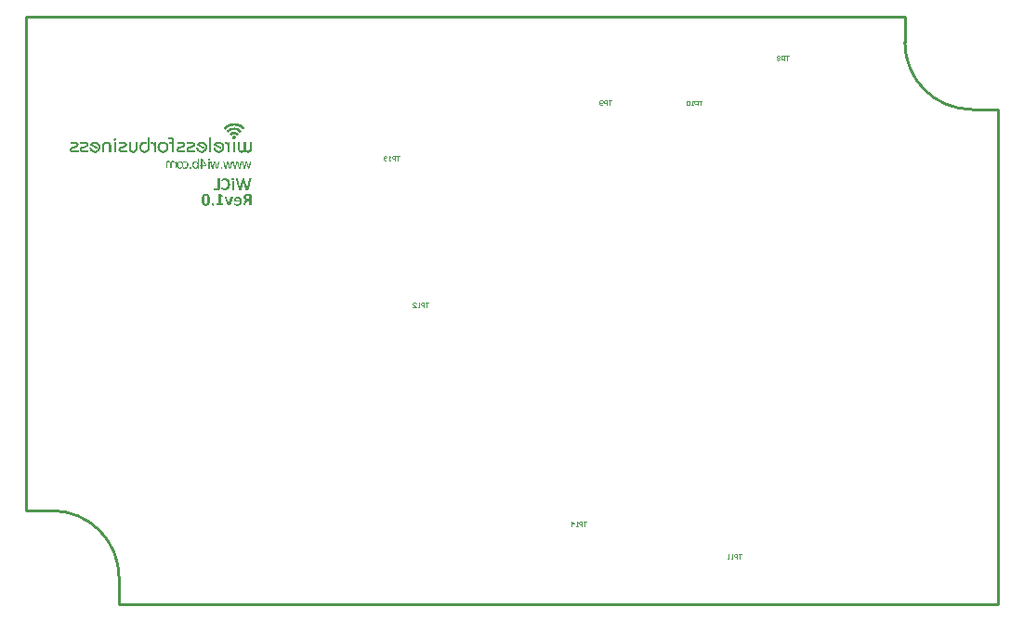
<source format=gbo>
G04*
G04 #@! TF.GenerationSoftware,Altium Limited,Altium Designer,20.2.4 (192)*
G04*
G04 Layer_Color=32896*
%FSLAX44Y44*%
%MOMM*%
G71*
G04*
G04 #@! TF.SameCoordinates,742EB62A-7AE8-4A69-8DF3-B4F61E8DB2E3*
G04*
G04*
G04 #@! TF.FilePolarity,Positive*
G04*
G01*
G75*
%ADD10C,0.2540*%
%ADD22C,0.0900*%
G36*
X105139Y438300D02*
X107806D01*
Y438109D01*
X108378D01*
Y437919D01*
X109140D01*
Y437728D01*
X109711D01*
Y437538D01*
X110283D01*
Y437347D01*
X110473D01*
Y437157D01*
X110854D01*
Y436966D01*
X111426D01*
Y436585D01*
X111997D01*
Y436395D01*
X112188D01*
Y436204D01*
X112569D01*
Y436014D01*
X112759D01*
Y435823D01*
X112950D01*
Y435633D01*
X113140D01*
Y435442D01*
X113521D01*
Y435252D01*
X113712D01*
Y435061D01*
X113902D01*
Y434871D01*
X114093D01*
Y434680D01*
X114283D01*
Y434490D01*
X114474D01*
Y433537D01*
X114283D01*
Y433347D01*
X114093D01*
Y433156D01*
X113902D01*
Y432966D01*
X113712D01*
Y432585D01*
X112950D01*
Y432775D01*
X112759D01*
Y432966D01*
X112569D01*
Y433156D01*
X112378D01*
Y433347D01*
X112188D01*
Y433537D01*
X111997D01*
Y433728D01*
X111616D01*
Y433918D01*
X111235D01*
Y434109D01*
X111045D01*
Y434299D01*
X110854D01*
Y434490D01*
X110473D01*
Y434680D01*
X110092D01*
Y434871D01*
X109902D01*
Y435061D01*
X109330D01*
Y435252D01*
X108949D01*
Y435442D01*
X108187D01*
Y435633D01*
X107806D01*
Y435823D01*
X107235D01*
Y436014D01*
X105711D01*
Y436204D01*
X104377D01*
Y436014D01*
X102472D01*
Y435823D01*
X102091D01*
Y435633D01*
X101710D01*
Y435442D01*
X100948D01*
Y435252D01*
X100758D01*
Y435061D01*
X100186D01*
Y434871D01*
X99805D01*
Y434680D01*
X99424D01*
Y434490D01*
X99234D01*
Y434299D01*
X99043D01*
Y434109D01*
X98472D01*
Y433728D01*
X98091D01*
Y433537D01*
X97900D01*
Y433347D01*
X97710D01*
Y433156D01*
X97519D01*
Y432966D01*
X97329D01*
Y432775D01*
X96948D01*
Y432585D01*
X96376D01*
Y432775D01*
X96186D01*
Y432966D01*
X95995D01*
Y433156D01*
X95805D01*
Y433347D01*
X95614D01*
Y433728D01*
X95424D01*
Y434299D01*
X95614D01*
Y434680D01*
X95805D01*
Y434871D01*
X96186D01*
Y435252D01*
X96567D01*
Y435442D01*
X96757D01*
Y435633D01*
X97138D01*
Y435823D01*
X97329D01*
Y436014D01*
X97519D01*
Y436204D01*
X97900D01*
Y436395D01*
X98091D01*
Y436585D01*
X98472D01*
Y436776D01*
X98853D01*
Y436966D01*
X99234D01*
Y437157D01*
X99615D01*
Y437347D01*
X99805D01*
Y437538D01*
X100567D01*
Y437728D01*
X100948D01*
Y437919D01*
X101901D01*
Y438109D01*
X102282D01*
X102472Y438300D01*
X104758Y438300D01*
Y438490D01*
X105139D01*
Y438300D01*
D02*
G37*
G36*
X105501Y434363D02*
X107216D01*
Y434172D01*
X107597D01*
Y433982D01*
X108359D01*
Y433791D01*
X108549D01*
Y433601D01*
X109121D01*
Y433410D01*
X109311D01*
Y433220D01*
X109502D01*
Y433029D01*
X109883D01*
Y432839D01*
X110073D01*
Y432648D01*
X110264D01*
Y432458D01*
X110454D01*
Y432267D01*
X110835D01*
Y432077D01*
X111026D01*
Y431886D01*
X111216D01*
Y431696D01*
X111597D01*
Y430934D01*
X111407D01*
Y430743D01*
X111216D01*
Y430553D01*
X111026D01*
Y430362D01*
X110835D01*
Y429981D01*
X110645D01*
Y429791D01*
X109883D01*
Y429981D01*
X109692D01*
Y430172D01*
X109502D01*
Y430362D01*
X109311D01*
Y430743D01*
X108740D01*
Y430934D01*
X108549D01*
Y431124D01*
X108168D01*
Y431315D01*
X107978D01*
Y431505D01*
X107406D01*
Y431696D01*
X107025D01*
Y431886D01*
X106454D01*
X106263Y432077D01*
X103025D01*
Y431886D01*
X102453D01*
Y431696D01*
X102263D01*
Y431505D01*
X101501D01*
Y431315D01*
X101310D01*
Y431124D01*
X100929D01*
Y430934D01*
X100739D01*
Y430743D01*
X100358D01*
Y430553D01*
X100167D01*
Y430172D01*
X99786D01*
Y429981D01*
X99596D01*
Y429791D01*
X99024D01*
Y430172D01*
X98643D01*
Y430362D01*
X98453D01*
Y430553D01*
X98262D01*
Y430743D01*
X98072D01*
Y431696D01*
X98262D01*
Y431886D01*
X98643D01*
Y432267D01*
X99024D01*
Y432648D01*
X99405D01*
Y432839D01*
X99596D01*
Y433029D01*
X99977D01*
Y433220D01*
X100358D01*
Y433601D01*
X100929D01*
Y433791D01*
X101310D01*
Y433982D01*
X102072D01*
Y434172D01*
X102644D01*
Y434363D01*
X104549D01*
Y434553D01*
X105501D01*
Y434363D01*
D02*
G37*
G36*
X104930Y430553D02*
X105882D01*
Y430362D01*
X106835D01*
Y430172D01*
X107025D01*
Y429981D01*
X107597D01*
Y429600D01*
X108168D01*
Y429219D01*
X108359D01*
Y429029D01*
X108549D01*
Y428648D01*
X108740D01*
Y428267D01*
X108549D01*
Y427886D01*
X108359D01*
Y427695D01*
X108168D01*
Y427314D01*
X107978D01*
Y427124D01*
X107597D01*
Y426933D01*
X107406D01*
Y427124D01*
X107025D01*
Y427314D01*
X106835D01*
Y427505D01*
X106454D01*
Y427695D01*
X106073D01*
Y427886D01*
X105882D01*
Y428076D01*
X103596D01*
Y427886D01*
X103406D01*
Y427695D01*
X103215D01*
Y427505D01*
X102834D01*
Y427124D01*
X102263D01*
Y426933D01*
X102072D01*
Y427124D01*
X101691D01*
Y427505D01*
X101310D01*
Y427695D01*
X101120D01*
Y427886D01*
X100929D01*
Y428076D01*
X100739D01*
Y428648D01*
X100929D01*
Y429029D01*
X101310D01*
Y429410D01*
X101501D01*
Y429600D01*
X101691D01*
Y429791D01*
X101882D01*
Y429981D01*
X102263D01*
Y430172D01*
X102644D01*
Y430362D01*
X103406D01*
Y430553D01*
X104739D01*
Y430743D01*
X104930D01*
Y430553D01*
D02*
G37*
G36*
X105501Y426933D02*
X105882D01*
Y426552D01*
X106073D01*
Y426362D01*
X106263D01*
Y425790D01*
X106454D01*
Y425028D01*
X106263D01*
Y424457D01*
X106073D01*
Y424266D01*
X105882D01*
Y424076D01*
X105501D01*
Y423885D01*
X104930D01*
Y423695D01*
X104549D01*
Y423885D01*
X103977D01*
Y424076D01*
X103596D01*
Y424266D01*
X103406D01*
Y424647D01*
X103215D01*
Y425028D01*
X103025D01*
Y425981D01*
X103215D01*
Y426171D01*
X103406D01*
Y426552D01*
X103596D01*
Y426743D01*
X103787D01*
Y426933D01*
X104168D01*
Y427124D01*
X105501D01*
Y426933D01*
D02*
G37*
G36*
X-3274Y424457D02*
X-3084D01*
Y424266D01*
X-2893D01*
Y424076D01*
X-2703D01*
Y423695D01*
X-2512D01*
Y423314D01*
X-2703D01*
Y422933D01*
X-2893D01*
Y422742D01*
X-3084D01*
Y422552D01*
X-3274D01*
Y422361D01*
X-4036D01*
Y422552D01*
X-4417D01*
Y422742D01*
X-4608D01*
Y423123D01*
X-4798D01*
Y423885D01*
X-4608D01*
Y424266D01*
X-4417D01*
Y424457D01*
X-3846D01*
Y424647D01*
X-3274D01*
Y424457D01*
D02*
G37*
G36*
X28158Y415503D02*
X27968D01*
Y414551D01*
X27777D01*
Y414170D01*
X27587D01*
Y413979D01*
X27396D01*
Y413598D01*
X27206D01*
Y413408D01*
X27015D01*
Y413027D01*
X26825D01*
Y412836D01*
X26634D01*
Y412646D01*
X26253D01*
Y412455D01*
X26063D01*
Y412265D01*
X25682D01*
Y412074D01*
X25491D01*
Y411884D01*
X24729D01*
Y411693D01*
X24348D01*
Y411503D01*
X22253D01*
Y411693D01*
X21681D01*
Y411884D01*
X21110D01*
Y412074D01*
X20729D01*
Y412265D01*
X20538D01*
Y412455D01*
X20157D01*
Y412836D01*
X19776D01*
Y413217D01*
X19395D01*
Y413598D01*
X19205D01*
Y413979D01*
X19014D01*
Y414170D01*
X18824D01*
Y414932D01*
X18633D01*
Y415313D01*
X18443D01*
Y418170D01*
X18633D01*
Y418551D01*
X18824D01*
Y419123D01*
X19014D01*
Y419313D01*
X19205D01*
Y419694D01*
X19395D01*
Y419885D01*
X19586D01*
Y420075D01*
X19776D01*
Y420266D01*
X19967D01*
Y420456D01*
X20157D01*
Y420647D01*
X20538D01*
Y421028D01*
X21300D01*
Y421218D01*
X21491D01*
Y421409D01*
X22062D01*
Y421599D01*
X24348D01*
Y421409D01*
X24729D01*
Y421218D01*
X25301D01*
Y421028D01*
X25682D01*
Y419123D01*
X25301D01*
Y419313D01*
X25110D01*
Y419504D01*
X24348D01*
Y419694D01*
X23777D01*
Y419885D01*
X23015D01*
Y419694D01*
X22253D01*
Y419504D01*
X21681D01*
Y419313D01*
X21491D01*
Y419123D01*
X21300D01*
Y418932D01*
X21110D01*
Y418742D01*
X20919D01*
Y418551D01*
X20729D01*
Y418170D01*
X20538D01*
Y417980D01*
X20348D01*
Y416646D01*
X20157D01*
Y416456D01*
X20348D01*
Y415313D01*
X20538D01*
Y414741D01*
X20729D01*
Y414360D01*
X21110D01*
Y414170D01*
X21300D01*
Y413979D01*
X21491D01*
Y413789D01*
X21681D01*
Y413598D01*
X21872D01*
Y413408D01*
X23015D01*
Y413217D01*
X23777D01*
Y413408D01*
X24539D01*
Y413598D01*
X24920D01*
Y413789D01*
X25110D01*
Y413979D01*
X25491D01*
Y414360D01*
X25682D01*
Y414551D01*
X25872D01*
Y415122D01*
X26063D01*
Y415313D01*
X26253D01*
Y415884D01*
X26444D01*
Y425790D01*
X28158D01*
Y415503D01*
D02*
G37*
G36*
X120932Y414551D02*
X120741D01*
Y413789D01*
X120551D01*
Y413217D01*
X120360D01*
Y413027D01*
X120170D01*
Y412646D01*
X119979D01*
Y412455D01*
X119789D01*
Y412265D01*
X119598D01*
Y412074D01*
X119217D01*
Y411884D01*
X118836D01*
Y411693D01*
X118265D01*
Y411503D01*
X116360D01*
Y411693D01*
X115979D01*
Y411884D01*
X115407D01*
Y412074D01*
X115217D01*
Y412265D01*
X115026D01*
Y412455D01*
X114836D01*
Y412646D01*
X114645D01*
Y412836D01*
X114455D01*
Y412646D01*
X114264D01*
Y412455D01*
X114074D01*
Y412265D01*
X113883D01*
Y412074D01*
X113693D01*
Y411884D01*
X113121D01*
Y411693D01*
X112740D01*
Y411503D01*
X110835D01*
Y411693D01*
X110454D01*
Y411884D01*
X109883D01*
Y412074D01*
X109692D01*
Y412265D01*
X109502D01*
Y412455D01*
X109311D01*
Y412646D01*
X109121D01*
Y412836D01*
X108930D01*
Y413027D01*
X108740D01*
Y413408D01*
X108549D01*
Y413789D01*
X108359D01*
Y421409D01*
X110073D01*
Y415503D01*
X110264D01*
Y413979D01*
X110645D01*
Y413789D01*
X110835D01*
Y413408D01*
X111407D01*
Y413217D01*
X112359D01*
Y413408D01*
X112931D01*
Y413598D01*
X113121D01*
Y413789D01*
X113312D01*
Y414170D01*
X113502D01*
Y414551D01*
X113693D01*
Y421409D01*
X115598D01*
Y415122D01*
X114169Y417123D01*
X115598Y414741D01*
Y414360D01*
X115788D01*
Y413979D01*
X115979D01*
Y413789D01*
X116169D01*
Y413598D01*
X116360D01*
Y413408D01*
X116931D01*
Y413217D01*
X117693D01*
Y413408D01*
X118265D01*
Y413598D01*
X118455D01*
Y413789D01*
X118646D01*
Y414170D01*
X118836D01*
Y414360D01*
X119027D01*
Y421409D01*
X120932D01*
Y414551D01*
D02*
G37*
G36*
X91785Y421409D02*
X92357D01*
Y421218D01*
X92738D01*
Y421028D01*
X93309D01*
Y420837D01*
X93500D01*
Y420647D01*
X93881D01*
Y420456D01*
X94071D01*
Y420266D01*
X94262D01*
Y420075D01*
X94452D01*
Y419885D01*
X94643D01*
Y419694D01*
X94833D01*
Y419504D01*
X95024D01*
Y419313D01*
X95214D01*
Y418742D01*
X95405D01*
Y418361D01*
X95595D01*
Y416646D01*
X95786D01*
Y416075D01*
X95595D01*
Y414741D01*
X95405D01*
Y414360D01*
X95214D01*
Y413789D01*
X94833D01*
Y413217D01*
X94452D01*
Y413027D01*
X94262D01*
Y412836D01*
X94071D01*
Y412646D01*
X93881D01*
Y412455D01*
X93500D01*
Y412265D01*
X93309D01*
Y412074D01*
X93119D01*
Y411884D01*
X92547D01*
Y411693D01*
X92166D01*
Y411503D01*
X89690D01*
Y411693D01*
X89118D01*
Y411884D01*
X88356D01*
Y412074D01*
X88166D01*
Y412265D01*
X87975D01*
Y412455D01*
X87594D01*
Y412646D01*
X87404D01*
Y412836D01*
X87213D01*
Y413027D01*
X87023D01*
Y413217D01*
X86832D01*
Y413408D01*
X86642D01*
Y413598D01*
X86451D01*
Y414170D01*
X86261D01*
Y414360D01*
X86070D01*
Y415122D01*
X85880D01*
Y415884D01*
X85689D01*
Y416075D01*
X87404D01*
Y416265D01*
X87594D01*
Y415694D01*
X87785D01*
Y415313D01*
X87975D01*
Y414741D01*
X88166D01*
Y414360D01*
X88547D01*
Y413979D01*
X88928D01*
Y413598D01*
X89309D01*
Y413408D01*
X90261D01*
Y413217D01*
X91214D01*
Y413408D01*
X92166D01*
Y413598D01*
X92357D01*
Y413789D01*
X92547D01*
Y413979D01*
X92928D01*
Y414360D01*
X93309D01*
Y414741D01*
X93500D01*
Y415122D01*
X93690D01*
Y416075D01*
X93881D01*
Y417218D01*
X93690D01*
Y418170D01*
X93500D01*
Y418361D01*
X93309D01*
Y418742D01*
X93119D01*
Y418932D01*
X92928D01*
Y419123D01*
X92738D01*
Y419313D01*
X92357D01*
Y419504D01*
X91976D01*
Y419694D01*
X91214D01*
Y419885D01*
X90452D01*
Y419694D01*
X89880D01*
Y419504D01*
X89309D01*
Y419313D01*
X88928D01*
Y419123D01*
X88737D01*
Y418742D01*
X89309D01*
Y418551D01*
X89499D01*
Y418361D01*
X89880D01*
Y418170D01*
X90261D01*
Y417980D01*
X90642D01*
Y417789D01*
X90833D01*
Y417599D01*
X91214D01*
Y417408D01*
X91595D01*
Y417218D01*
X91976D01*
Y417027D01*
X92357D01*
Y416837D01*
X92547D01*
Y416646D01*
X93119D01*
Y416456D01*
X93309D01*
Y415884D01*
X93119D01*
Y415694D01*
X92928D01*
Y415122D01*
X92738D01*
Y414932D01*
X92357D01*
Y415122D01*
X91976D01*
Y415313D01*
X91595D01*
Y415503D01*
X91214D01*
Y415694D01*
X91023D01*
Y415884D01*
X90452D01*
Y416075D01*
X90261D01*
Y416265D01*
X90071D01*
Y416456D01*
X89499D01*
Y416646D01*
X89118D01*
Y416837D01*
X88737D01*
Y417027D01*
X88547D01*
Y417218D01*
X87975D01*
Y417408D01*
X87785D01*
Y417599D01*
X87594D01*
Y417789D01*
X87023D01*
Y417980D01*
X86832D01*
Y418170D01*
X86451D01*
Y418361D01*
X86070D01*
Y418742D01*
X86451D01*
Y419313D01*
X86642D01*
Y419504D01*
X86832D01*
Y419694D01*
X87023D01*
Y420075D01*
X87404D01*
Y420456D01*
X87594D01*
Y420647D01*
X87975D01*
Y420837D01*
X88356D01*
Y421028D01*
X88737D01*
Y421218D01*
X89118D01*
Y421409D01*
X89690D01*
Y421599D01*
X91785D01*
Y421409D01*
D02*
G37*
G36*
X76355D02*
X76926D01*
Y421218D01*
X77307D01*
Y421028D01*
X77879D01*
Y420647D01*
X78260D01*
Y420456D01*
X78450D01*
Y420266D01*
X78641D01*
Y420075D01*
X79022D01*
Y419885D01*
X79212D01*
Y419504D01*
X79403D01*
Y419313D01*
X79593D01*
Y418742D01*
X79784D01*
Y418551D01*
X79974D01*
Y417599D01*
X80165D01*
Y415503D01*
X79974D01*
Y414551D01*
X79784D01*
Y414170D01*
X79593D01*
Y413789D01*
X79403D01*
Y413598D01*
X79212D01*
Y413217D01*
X79022D01*
Y413027D01*
X78831D01*
Y412836D01*
X78641D01*
Y412646D01*
X78260D01*
Y412455D01*
X78069D01*
Y412265D01*
X77879D01*
Y412074D01*
X77498D01*
Y411884D01*
X76926D01*
Y411693D01*
X76545D01*
Y411503D01*
X74069D01*
Y411693D01*
X73688D01*
Y411884D01*
X72926D01*
Y412074D01*
X72735D01*
Y412265D01*
X72354D01*
Y412455D01*
X72164D01*
Y412646D01*
X71783D01*
Y412836D01*
X71592D01*
Y413027D01*
X71402D01*
Y413217D01*
X71211D01*
Y413598D01*
X71021D01*
Y413979D01*
X70830D01*
Y414170D01*
X70640D01*
Y414551D01*
X70449D01*
Y415503D01*
X70259D01*
Y416075D01*
X71783D01*
Y416265D01*
X71973D01*
Y416075D01*
X72164D01*
Y415503D01*
X72354D01*
Y415122D01*
X72545D01*
Y414551D01*
X72735D01*
Y414360D01*
X72926D01*
Y413979D01*
X73307D01*
Y413789D01*
X73497D01*
Y413598D01*
X73878D01*
Y413408D01*
X74640D01*
Y413217D01*
X75783D01*
Y413408D01*
X76736D01*
Y413789D01*
X77117D01*
Y413979D01*
X77307D01*
Y414170D01*
X77498D01*
Y414360D01*
X77688D01*
Y414741D01*
X77879D01*
Y414932D01*
X78069D01*
Y415694D01*
X78260D01*
Y417599D01*
X78069D01*
Y418170D01*
X77879D01*
Y418551D01*
X77688D01*
Y418742D01*
X77498D01*
Y418932D01*
X77307D01*
Y419123D01*
X77117D01*
Y419313D01*
X76926D01*
Y419504D01*
X76355D01*
Y419694D01*
X75783D01*
Y419885D01*
X74831D01*
Y419694D01*
X74259D01*
Y419504D01*
X73688D01*
Y419313D01*
X73497D01*
Y419123D01*
X73116D01*
Y418932D01*
X73307D01*
Y418742D01*
X73688D01*
Y418551D01*
X73878D01*
Y418361D01*
X74450D01*
Y418170D01*
X74640D01*
Y417980D01*
X75212D01*
Y417789D01*
X75402D01*
Y417599D01*
X75593D01*
Y417408D01*
X75974D01*
Y417218D01*
X76355D01*
Y417027D01*
X76926D01*
Y416837D01*
X77117D01*
Y416646D01*
X77498D01*
Y416456D01*
X77879D01*
Y416075D01*
X77688D01*
Y415884D01*
X77498D01*
Y415503D01*
X77307D01*
Y415122D01*
X77117D01*
Y414932D01*
X76736D01*
Y415122D01*
X76355D01*
Y415313D01*
X76164D01*
Y415503D01*
X75593D01*
Y415694D01*
X75402D01*
Y415884D01*
X75021D01*
Y416075D01*
X74640D01*
Y416265D01*
X74450D01*
Y416456D01*
X74069D01*
Y416646D01*
X73688D01*
Y416837D01*
X73116D01*
Y417218D01*
X72545D01*
Y417408D01*
X72354D01*
Y417599D01*
X71973D01*
Y417789D01*
X71592D01*
Y417980D01*
X71402D01*
Y418170D01*
X70830D01*
Y418361D01*
X70640D01*
Y418742D01*
X70830D01*
Y418932D01*
X71021D01*
Y419313D01*
X71211D01*
Y419694D01*
X71402D01*
Y419885D01*
X71592D01*
Y420075D01*
X71783D01*
Y420266D01*
X71973D01*
Y420456D01*
X72164D01*
Y420647D01*
X72545D01*
Y420837D01*
X72735D01*
Y421028D01*
X73116D01*
Y421218D01*
X73688D01*
Y421409D01*
X74069D01*
Y421599D01*
X76355D01*
Y421409D01*
D02*
G37*
G36*
X17109Y415503D02*
X16919D01*
Y414551D01*
X16728D01*
Y413789D01*
X16538D01*
Y413408D01*
X16347D01*
Y413027D01*
X16157D01*
Y412836D01*
X15966D01*
Y412646D01*
X15776D01*
Y412455D01*
X15395D01*
Y412265D01*
X15204D01*
Y412074D01*
X15014D01*
Y411884D01*
X14252D01*
Y411693D01*
X13871D01*
Y411503D01*
X11775D01*
Y411693D01*
X11394D01*
Y411884D01*
X10823D01*
Y412074D01*
X10632D01*
Y412265D01*
X10442D01*
Y412455D01*
X10061D01*
Y412646D01*
X9870D01*
Y412836D01*
X9680D01*
Y413217D01*
X9489D01*
Y413598D01*
X9299D01*
Y413789D01*
X9108D01*
Y414551D01*
X8918D01*
Y421409D01*
X10632D01*
Y414932D01*
X10823D01*
Y414741D01*
X11013D01*
Y414360D01*
X11204D01*
Y413979D01*
X11394D01*
Y413789D01*
X11585D01*
Y413598D01*
X11966D01*
Y413408D01*
X12537D01*
Y413217D01*
X13299D01*
Y413408D01*
X13871D01*
Y413598D01*
X14252D01*
Y413789D01*
X14442D01*
Y413979D01*
X14633D01*
Y414170D01*
X14823D01*
Y414551D01*
X15014D01*
Y414741D01*
X15204D01*
Y421409D01*
X17109D01*
Y415503D01*
D02*
G37*
G36*
X-20800Y421409D02*
X-20419D01*
Y421218D01*
X-20038D01*
Y421028D01*
X-19467D01*
Y420837D01*
X-19276D01*
Y420647D01*
X-18895D01*
Y420456D01*
X-18705D01*
Y420266D01*
X-18514D01*
Y420075D01*
X-18324D01*
Y419885D01*
X-18133D01*
Y419694D01*
X-17943D01*
Y419504D01*
X-17752D01*
Y419313D01*
X-17562D01*
Y418742D01*
X-17371D01*
Y418361D01*
X-17181D01*
Y417980D01*
X-16990D01*
Y415122D01*
X-17181D01*
Y414741D01*
X-17371D01*
Y414360D01*
X-17562D01*
Y413789D01*
X-17943D01*
Y413217D01*
X-18324D01*
Y412836D01*
X-18705D01*
Y412646D01*
X-18895D01*
Y412455D01*
X-19276D01*
Y412074D01*
X-19657D01*
Y411884D01*
X-20229D01*
Y411693D01*
X-20610D01*
Y411503D01*
X-23086D01*
Y411693D01*
X-23658D01*
Y411884D01*
X-24420D01*
Y412074D01*
X-24610D01*
Y412265D01*
X-24801D01*
Y412455D01*
X-25182D01*
Y412646D01*
X-25372D01*
Y412836D01*
X-25563D01*
Y413027D01*
X-25753D01*
Y413217D01*
X-25944D01*
Y413408D01*
X-26134D01*
Y413789D01*
X-26325D01*
Y414170D01*
X-26515D01*
Y414360D01*
X-26706D01*
Y415122D01*
X-26896D01*
Y415884D01*
X-27087D01*
Y416075D01*
X-25372D01*
Y416265D01*
X-25182D01*
Y415694D01*
X-24991D01*
Y415313D01*
X-24801D01*
Y414932D01*
X-24610D01*
Y414360D01*
X-24229D01*
Y413979D01*
X-23848D01*
Y413598D01*
X-23467D01*
Y413408D01*
X-22515D01*
Y413217D01*
X-21562D01*
Y413408D01*
X-20610D01*
Y413598D01*
X-20419D01*
Y413789D01*
X-20229D01*
Y413979D01*
X-19848D01*
Y414170D01*
X-19657D01*
Y414360D01*
X-19467D01*
Y414741D01*
X-19276D01*
Y415122D01*
X-19086D01*
Y415884D01*
X-18895D01*
Y417218D01*
X-19086D01*
Y418170D01*
X-19276D01*
Y418361D01*
X-19467D01*
Y418742D01*
X-19657D01*
Y418932D01*
X-19848D01*
Y419123D01*
X-20038D01*
Y419313D01*
X-20419D01*
Y419504D01*
X-20800D01*
Y419694D01*
X-21562D01*
Y419885D01*
X-22324D01*
Y419694D01*
X-22896D01*
Y419504D01*
X-23467D01*
Y419313D01*
X-23848D01*
Y419123D01*
X-24039D01*
Y418742D01*
X-23467D01*
Y418551D01*
X-23277D01*
Y418361D01*
X-22896D01*
Y418170D01*
X-22515D01*
Y417980D01*
X-21943D01*
Y417789D01*
X-21753D01*
Y417599D01*
X-21562D01*
Y417408D01*
X-21181D01*
Y417218D01*
X-20800D01*
Y417027D01*
X-20419D01*
Y416837D01*
X-20229D01*
Y416646D01*
X-19657D01*
Y416456D01*
X-19276D01*
Y416265D01*
X-19467D01*
Y415884D01*
X-19657D01*
Y415503D01*
X-19848D01*
Y415122D01*
X-20038D01*
Y414932D01*
X-20419D01*
Y415122D01*
X-20800D01*
Y415313D01*
X-20991D01*
Y415503D01*
X-21562D01*
Y415694D01*
X-21753D01*
Y415884D01*
X-22134D01*
Y416075D01*
X-22515D01*
Y416265D01*
X-22705D01*
Y416456D01*
X-23277D01*
Y416646D01*
X-23467D01*
Y416837D01*
X-24039D01*
Y417027D01*
X-24229D01*
Y417218D01*
X-24610D01*
Y417408D01*
X-24801D01*
Y417599D01*
X-25182D01*
Y417789D01*
X-25753D01*
Y418170D01*
X-26325D01*
Y418361D01*
X-26706D01*
Y418742D01*
X-26325D01*
Y419123D01*
X-26134D01*
Y419504D01*
X-25944D01*
Y419694D01*
X-25753D01*
Y420075D01*
X-25372D01*
Y420456D01*
X-25182D01*
Y420647D01*
X-24801D01*
Y420837D01*
X-24420D01*
Y421028D01*
X-24039D01*
Y421218D01*
X-23658D01*
Y421409D01*
X-23086D01*
Y421599D01*
X-20800D01*
Y421409D01*
D02*
G37*
G36*
X105501Y411693D02*
X103787D01*
Y421409D01*
X105501D01*
Y411693D01*
D02*
G37*
G36*
X97691Y421409D02*
X98072D01*
Y421218D01*
X98262D01*
Y421028D01*
X98834D01*
Y420647D01*
X99215D01*
Y420266D01*
X99405D01*
Y421409D01*
X100929D01*
Y411693D01*
X99215D01*
Y417408D01*
X99024D01*
Y418361D01*
X98834D01*
Y418551D01*
X98643D01*
Y419123D01*
X98262D01*
Y419313D01*
X98072D01*
Y419504D01*
X97691D01*
Y419694D01*
X97119D01*
Y419885D01*
X96357D01*
Y421599D01*
X97691D01*
Y421409D01*
D02*
G37*
G36*
X83975Y411693D02*
X82260D01*
Y425790D01*
X83975D01*
Y411693D01*
D02*
G37*
G36*
X66258Y421218D02*
X67211D01*
Y421028D01*
X67973D01*
Y420837D01*
X68163D01*
Y420647D01*
X68544D01*
Y420456D01*
X68735D01*
Y420266D01*
X68925D01*
Y419694D01*
X69116D01*
Y417980D01*
X68925D01*
Y417408D01*
X68735D01*
Y417218D01*
X68544D01*
Y417027D01*
X68354D01*
Y416837D01*
X67973D01*
Y416646D01*
X67782D01*
Y416456D01*
X67211D01*
Y416265D01*
X67020D01*
Y416075D01*
X66639D01*
Y415884D01*
X65877D01*
Y415694D01*
X65306D01*
Y415503D01*
X64544D01*
Y415313D01*
X64163D01*
Y415122D01*
X63591D01*
Y414932D01*
X63401D01*
Y414741D01*
X63210D01*
Y413789D01*
X63401D01*
Y413598D01*
X63591D01*
Y413408D01*
X69116D01*
Y411693D01*
X63591D01*
Y411884D01*
X62639D01*
Y412074D01*
X62448D01*
Y412265D01*
X62067D01*
Y412455D01*
X61877D01*
Y412646D01*
X61686D01*
Y412836D01*
X61496D01*
Y413408D01*
X61305D01*
Y414170D01*
X61115D01*
Y414360D01*
X61305D01*
Y415313D01*
X61496D01*
Y415694D01*
X61686D01*
Y415884D01*
X61877D01*
Y416075D01*
X62067D01*
Y416265D01*
X62258D01*
Y416456D01*
X62448D01*
Y416646D01*
X63020D01*
Y416837D01*
X63210D01*
Y417027D01*
X63782D01*
Y417218D01*
X64353D01*
Y417408D01*
X65306D01*
Y417599D01*
X65687D01*
Y417789D01*
X66068D01*
Y417980D01*
X66830D01*
Y418170D01*
X67020D01*
Y418361D01*
X67211D01*
Y418742D01*
X67401D01*
Y418932D01*
X67211D01*
Y419313D01*
X67020D01*
Y419504D01*
X61686D01*
Y421409D01*
X66258D01*
Y421218D01*
D02*
G37*
G36*
X57495D02*
X58448D01*
Y421028D01*
X59019D01*
Y420837D01*
X59400D01*
Y420647D01*
X59781D01*
Y420456D01*
X59972D01*
Y420075D01*
X60162D01*
Y419694D01*
X60353D01*
Y417980D01*
X60162D01*
Y417789D01*
X59972D01*
Y417218D01*
X59781D01*
Y417027D01*
X59591D01*
Y416837D01*
X59019D01*
Y416456D01*
X58448D01*
Y416265D01*
X58067D01*
Y416075D01*
X57686D01*
Y415884D01*
X56924D01*
Y415694D01*
X56543D01*
Y415503D01*
X55781D01*
Y415313D01*
X55400D01*
Y415122D01*
X54638D01*
Y414741D01*
X54447D01*
Y414551D01*
X54257D01*
Y413979D01*
X54447D01*
Y413789D01*
X54638D01*
Y413408D01*
X60353D01*
Y411693D01*
X54828D01*
Y411884D01*
X53876D01*
Y412074D01*
X53495D01*
Y412265D01*
X53304D01*
Y412455D01*
X53114D01*
Y412646D01*
X52923D01*
Y412836D01*
X52733D01*
Y413408D01*
X52542D01*
Y414170D01*
X52352D01*
Y414741D01*
X52542D01*
Y415313D01*
X52733D01*
Y415694D01*
X52923D01*
Y415884D01*
X53114D01*
Y416075D01*
X53304D01*
Y416265D01*
X53495D01*
Y416646D01*
X54066D01*
Y416837D01*
X54447D01*
Y417027D01*
X55019D01*
Y417218D01*
X55400D01*
Y417408D01*
X56543D01*
Y417599D01*
X56924D01*
Y417789D01*
X57305D01*
Y417980D01*
X57876D01*
Y418170D01*
X58067D01*
Y418361D01*
X58448D01*
Y419123D01*
X58257D01*
Y419504D01*
X52923D01*
Y421409D01*
X57495D01*
Y421218D01*
D02*
G37*
G36*
X47208Y425600D02*
X48161D01*
Y425409D01*
X48351D01*
Y425219D01*
X48732D01*
Y425028D01*
X49113D01*
Y424838D01*
X49304D01*
Y424457D01*
X49494D01*
Y424266D01*
X49685D01*
Y423695D01*
X49875D01*
Y423314D01*
X50066D01*
Y411693D01*
X48161D01*
Y419504D01*
X45494D01*
Y421409D01*
X48161D01*
Y423314D01*
X47970D01*
Y423504D01*
X47780D01*
Y423695D01*
X47399D01*
Y423885D01*
X47208D01*
Y424076D01*
X45113D01*
Y425790D01*
X47208D01*
Y425600D01*
D02*
G37*
G36*
X30254Y421409D02*
X30635D01*
Y421218D01*
X31016D01*
Y421028D01*
X31397D01*
Y420647D01*
X31778D01*
Y420456D01*
X31968D01*
Y421409D01*
X33683D01*
Y411693D01*
X31778D01*
Y417980D01*
X31587D01*
Y418170D01*
X31397D01*
Y418551D01*
X31206D01*
Y419123D01*
X30825D01*
Y419504D01*
X30254D01*
Y419694D01*
X29682D01*
Y419885D01*
X28920D01*
Y421599D01*
X30254D01*
Y421409D01*
D02*
G37*
G36*
X4536Y421218D02*
X5298D01*
Y421028D01*
X6060D01*
Y420837D01*
X6441D01*
Y420647D01*
X6632D01*
Y420456D01*
X6822D01*
Y420266D01*
X7013D01*
Y419885D01*
X7203D01*
Y419504D01*
X7394D01*
Y418170D01*
X7203D01*
Y417789D01*
X7013D01*
Y417218D01*
X6632D01*
Y417027D01*
X6441D01*
Y416837D01*
X6060D01*
Y416456D01*
X5489D01*
Y416265D01*
X5108D01*
Y416075D01*
X4727D01*
Y415884D01*
X3965D01*
Y415694D01*
X3584D01*
Y415503D01*
X2822D01*
Y415313D01*
X2441D01*
Y415122D01*
X1679D01*
Y414741D01*
X1488D01*
Y414551D01*
X1298D01*
Y413979D01*
X1488D01*
Y413598D01*
X1679D01*
Y413408D01*
X7394D01*
Y411693D01*
X1869D01*
Y411884D01*
X917D01*
Y412074D01*
X536D01*
Y412265D01*
X345D01*
Y412455D01*
X155D01*
Y412646D01*
X-36D01*
Y412836D01*
X-226D01*
Y413027D01*
X-417D01*
Y413789D01*
X-607D01*
Y414932D01*
X-417D01*
Y415694D01*
X-36D01*
Y415884D01*
X155D01*
Y416075D01*
X345D01*
Y416265D01*
X536D01*
Y416646D01*
X1107D01*
Y416837D01*
X1488D01*
Y417027D01*
X2060D01*
Y417218D01*
X2441D01*
Y417408D01*
X3584D01*
Y417599D01*
X3965D01*
Y417789D01*
X4346D01*
Y417980D01*
X4917D01*
Y418170D01*
X5108D01*
Y418361D01*
X5489D01*
Y419123D01*
X5298D01*
Y419313D01*
X5108D01*
Y419504D01*
X-36D01*
Y421409D01*
X4536D01*
Y421218D01*
D02*
G37*
G36*
X-2893D02*
X-2703D01*
Y411884D01*
X-2893D01*
Y411693D01*
X-4417D01*
Y411884D01*
X-4608D01*
Y421218D01*
X-4417D01*
Y421409D01*
X-2893D01*
Y421218D01*
D02*
G37*
G36*
X-10323Y421409D02*
X-9942D01*
Y421218D01*
X-9561D01*
Y421028D01*
X-8989D01*
Y420647D01*
X-8608D01*
Y420456D01*
X-8418D01*
Y420266D01*
X-8227D01*
Y420075D01*
X-8037D01*
Y419694D01*
X-7656D01*
Y419123D01*
X-7465D01*
Y418742D01*
X-7275D01*
Y411693D01*
X-9180D01*
Y418551D01*
X-9370D01*
Y418742D01*
X-9561D01*
Y418932D01*
X-9751D01*
Y419313D01*
X-10132D01*
Y419504D01*
X-10513D01*
Y419694D01*
X-10894D01*
Y419885D01*
X-11847D01*
Y419694D01*
X-12228D01*
Y419504D01*
X-12609D01*
Y419313D01*
X-12990D01*
Y418932D01*
X-13180D01*
Y418742D01*
X-13371D01*
Y418551D01*
X-13561D01*
Y417789D01*
X-13752D01*
Y411693D01*
X-15466D01*
Y418742D01*
X-15276D01*
Y419123D01*
X-15085D01*
Y419694D01*
X-14895D01*
Y419885D01*
X-14704D01*
Y420075D01*
X-14514D01*
Y420266D01*
X-14323D01*
Y420456D01*
X-14133D01*
Y420647D01*
X-13942D01*
Y420837D01*
X-13752D01*
Y421028D01*
X-13180D01*
Y421218D01*
X-12799D01*
Y421409D01*
X-12418D01*
Y421599D01*
X-10323D01*
Y421409D01*
D02*
G37*
G36*
X-30897Y421218D02*
X-29944D01*
Y421028D01*
X-29182D01*
Y420837D01*
X-28992D01*
Y420647D01*
X-28611D01*
Y420266D01*
X-28420D01*
Y420075D01*
X-28230D01*
Y419504D01*
X-28039D01*
Y418170D01*
X-28230D01*
Y417599D01*
X-28420D01*
Y417218D01*
X-28611D01*
Y417027D01*
X-28801D01*
Y416837D01*
X-29182D01*
Y416646D01*
X-29563D01*
Y416456D01*
X-29944D01*
Y416265D01*
X-30325D01*
Y416075D01*
X-30516D01*
Y415884D01*
X-31278D01*
Y415694D01*
X-31849D01*
Y415503D01*
X-32611D01*
Y415313D01*
X-32992D01*
Y415122D01*
X-33564D01*
Y414932D01*
X-33945D01*
Y414360D01*
X-34135D01*
Y414170D01*
X-33945D01*
Y413598D01*
X-33564D01*
Y413408D01*
X-28039D01*
Y411693D01*
X-33564D01*
Y411884D01*
X-34707D01*
Y412265D01*
X-35088D01*
Y412455D01*
X-35278D01*
Y412646D01*
X-35469D01*
Y413027D01*
X-35659D01*
Y413217D01*
X-35850D01*
Y413789D01*
X-36040D01*
Y414932D01*
X-35850D01*
Y415313D01*
X-35659D01*
Y415694D01*
X-35469D01*
Y416075D01*
X-35088D01*
Y416265D01*
X-34897D01*
Y416456D01*
X-34707D01*
Y416646D01*
X-34326D01*
Y416837D01*
X-34135D01*
Y417027D01*
X-33373D01*
Y417218D01*
X-32802D01*
Y417408D01*
X-31849D01*
Y417599D01*
X-31468D01*
Y417789D01*
X-31087D01*
Y417980D01*
X-30516D01*
Y418170D01*
X-30135D01*
Y418551D01*
X-29944D01*
Y419123D01*
X-30135D01*
Y419504D01*
X-35469D01*
Y421409D01*
X-30897D01*
Y421218D01*
D02*
G37*
G36*
X-39850D02*
X-38898D01*
Y421028D01*
X-38136D01*
Y420837D01*
X-37945D01*
Y420647D01*
X-37564D01*
Y420456D01*
X-37374D01*
Y420266D01*
X-37183D01*
Y419885D01*
X-36993D01*
Y419313D01*
X-36802D01*
Y418361D01*
X-36993D01*
Y417789D01*
X-37183D01*
Y417218D01*
X-37564D01*
Y416837D01*
X-37945D01*
Y416646D01*
X-38326D01*
Y416456D01*
X-38898D01*
Y416265D01*
X-39088D01*
Y416075D01*
X-39279D01*
Y415884D01*
X-40231D01*
Y415694D01*
X-40612D01*
Y415503D01*
X-41374D01*
Y415313D01*
X-41755D01*
Y415122D01*
X-42517D01*
Y414932D01*
X-42708D01*
Y414741D01*
X-42898D01*
Y413789D01*
X-42708D01*
Y413598D01*
X-42517D01*
Y413408D01*
X-36802D01*
Y411693D01*
X-42327D01*
Y411884D01*
X-43470D01*
Y412074D01*
X-43660D01*
Y412265D01*
X-43851D01*
Y412455D01*
X-44041D01*
Y412646D01*
X-44232D01*
Y412836D01*
X-44422D01*
Y413217D01*
X-44613D01*
Y413598D01*
X-44803D01*
Y415122D01*
X-44613D01*
Y415313D01*
X-44422D01*
Y415884D01*
X-44232D01*
Y416075D01*
X-44041D01*
Y416265D01*
X-43660D01*
Y416456D01*
X-43470D01*
Y416646D01*
X-43089D01*
Y416837D01*
X-42898D01*
Y417027D01*
X-42136D01*
Y417218D01*
X-41755D01*
Y417408D01*
X-40803D01*
Y417599D01*
X-40422D01*
Y417789D01*
X-39850D01*
Y417980D01*
X-39279D01*
Y418170D01*
X-39088D01*
Y418361D01*
X-38898D01*
Y418551D01*
X-38707D01*
Y419123D01*
X-38898D01*
Y419313D01*
X-39088D01*
Y419504D01*
X-44232D01*
Y419694D01*
X-44422D01*
Y421218D01*
X-44232D01*
Y421409D01*
X-39850D01*
Y421218D01*
D02*
G37*
G36*
X41303Y421409D02*
X41684D01*
Y421218D01*
X42065D01*
Y421028D01*
X42636D01*
Y420647D01*
X43017D01*
Y420456D01*
X43398D01*
Y420266D01*
X43589D01*
Y420075D01*
X43779D01*
Y419885D01*
X43970D01*
Y419504D01*
X44160D01*
Y419313D01*
X44351D01*
Y418932D01*
X44541D01*
Y418742D01*
X44732D01*
Y418361D01*
X44922D01*
Y417408D01*
X45113D01*
Y415503D01*
X44922D01*
Y414551D01*
X44732D01*
Y414360D01*
X44541D01*
Y414170D01*
X44351D01*
Y413789D01*
X44160D01*
Y413598D01*
X43970D01*
Y413217D01*
X43779D01*
Y413027D01*
X43589D01*
Y412836D01*
X43398D01*
Y412646D01*
X43017D01*
Y412455D01*
X42827D01*
Y412265D01*
X42636D01*
Y412074D01*
X42255D01*
Y411884D01*
X41684D01*
Y411693D01*
X41112D01*
Y411503D01*
X38826D01*
Y411693D01*
X38445D01*
Y411884D01*
X37683D01*
Y412074D01*
X37493D01*
Y412265D01*
X37302D01*
Y412455D01*
X36921D01*
Y412646D01*
X36731D01*
Y412836D01*
X36540D01*
Y413027D01*
X36350D01*
Y413217D01*
X36159D01*
Y413598D01*
X35969D01*
Y413789D01*
X35778D01*
Y414170D01*
X35588D01*
Y414551D01*
X35397D01*
Y415503D01*
X35207D01*
Y416456D01*
X35016D01*
Y417027D01*
X35207D01*
Y417980D01*
X35397D01*
Y418742D01*
X35588D01*
Y418932D01*
X35778D01*
Y419313D01*
X35969D01*
Y419694D01*
X36159D01*
Y419885D01*
X36350D01*
Y420075D01*
X36731D01*
Y420456D01*
X37112D01*
Y420647D01*
X37493D01*
Y421028D01*
X38445D01*
Y421218D01*
X38636D01*
Y421409D01*
X39398D01*
Y421599D01*
X41303D01*
Y421409D01*
D02*
G37*
G36*
X82451Y404739D02*
X81308D01*
Y406072D01*
X82451D01*
Y404739D01*
D02*
G37*
G36*
X72545Y397119D02*
X71592D01*
Y397881D01*
X71211D01*
Y397500D01*
X71021D01*
Y397309D01*
X70640D01*
Y397119D01*
X70449D01*
Y396928D01*
X68735D01*
Y397119D01*
X68354D01*
Y397309D01*
X67973D01*
Y397500D01*
X67782D01*
Y397690D01*
X67592D01*
Y397881D01*
X67401D01*
Y398262D01*
X67020D01*
Y399214D01*
X66830D01*
Y400167D01*
X66639D01*
Y400548D01*
X66830D01*
Y401500D01*
X67020D01*
Y402453D01*
X67401D01*
Y402834D01*
X67592D01*
Y403024D01*
X67782D01*
Y403215D01*
X67973D01*
Y403405D01*
X68354D01*
Y403596D01*
X68735D01*
Y403786D01*
X70449D01*
Y403596D01*
X70640D01*
Y403405D01*
X71021D01*
Y403215D01*
X71211D01*
Y402834D01*
X71592D01*
Y406072D01*
X72545D01*
Y397119D01*
D02*
G37*
G36*
X60924Y403596D02*
X61305D01*
Y403405D01*
X61877D01*
Y403024D01*
X62258D01*
Y402643D01*
X62448D01*
Y402453D01*
X62829D01*
Y401691D01*
X63020D01*
Y401119D01*
X63210D01*
Y399595D01*
X63020D01*
Y399024D01*
X62829D01*
Y398262D01*
X62448D01*
Y398071D01*
X62258D01*
Y397690D01*
X61877D01*
Y397309D01*
X61496D01*
Y397119D01*
X60924D01*
Y396928D01*
X58829D01*
Y397119D01*
X58257D01*
Y397309D01*
X58067D01*
Y398071D01*
X57876D01*
Y397881D01*
X57686D01*
Y397690D01*
X57495D01*
Y397500D01*
X57305D01*
Y397309D01*
X56924D01*
Y397119D01*
X56543D01*
Y396928D01*
X54638D01*
Y397119D01*
X54066D01*
Y397309D01*
X53685D01*
Y397690D01*
X53495D01*
Y397881D01*
X53304D01*
Y398071D01*
X53114D01*
Y398262D01*
X52923D01*
Y398452D01*
X52733D01*
Y399405D01*
X52542D01*
Y401310D01*
X52733D01*
Y402262D01*
X52923D01*
Y402453D01*
X53114D01*
Y402643D01*
X53304D01*
Y402834D01*
X53495D01*
Y403024D01*
X53685D01*
Y403405D01*
X54066D01*
Y403596D01*
X54638D01*
Y403786D01*
X56543D01*
Y403596D01*
X56924D01*
Y403405D01*
X57305D01*
Y403215D01*
X57495D01*
Y403024D01*
X57686D01*
Y402834D01*
X57876D01*
Y402643D01*
X58067D01*
Y403405D01*
X58257D01*
Y403596D01*
X58829D01*
Y403786D01*
X60924D01*
Y403596D01*
D02*
G37*
G36*
X50065Y403786D02*
X50255D01*
Y403596D01*
X50636D01*
Y403405D01*
X50827D01*
Y403215D01*
X51017D01*
Y403024D01*
X51207D01*
Y403786D01*
X52351D01*
Y397309D01*
X51207D01*
Y401500D01*
X51017D01*
Y402072D01*
X50827D01*
Y402453D01*
X50445D01*
Y402834D01*
X49493D01*
Y403024D01*
X49303D01*
Y402834D01*
X48541D01*
Y402643D01*
X48350D01*
Y402072D01*
X48159D01*
Y401310D01*
X47969D01*
Y397309D01*
X46826D01*
Y402072D01*
X46635D01*
Y402262D01*
X46445D01*
Y402643D01*
X46064D01*
Y402834D01*
X45302D01*
Y403024D01*
X45111D01*
Y402834D01*
X44349D01*
Y402453D01*
X44159D01*
Y402262D01*
X43969D01*
Y397309D01*
X42825D01*
Y402643D01*
X43016D01*
Y403024D01*
X43397D01*
Y403596D01*
X43778D01*
Y403786D01*
X44159D01*
Y403977D01*
X45683D01*
Y403786D01*
X46255D01*
Y403596D01*
X46635D01*
Y403215D01*
X46826D01*
Y403024D01*
X47017D01*
Y402643D01*
X47207D01*
Y402834D01*
X47397D01*
Y403215D01*
X47588D01*
Y403405D01*
X47779D01*
Y403596D01*
X47969D01*
Y403786D01*
X48350D01*
Y403977D01*
X50065D01*
Y403786D01*
D02*
G37*
G36*
X103406Y403596D02*
X104358D01*
Y403405D01*
X104549D01*
Y402834D01*
X104739D01*
Y401881D01*
X104930D01*
Y401500D01*
X105120D01*
Y400357D01*
X105311D01*
Y399786D01*
X105501D01*
Y398833D01*
X105882D01*
Y399786D01*
X106073D01*
Y400357D01*
X106263D01*
Y401310D01*
X106454D01*
Y401881D01*
X106644D01*
Y402834D01*
X106835D01*
Y403405D01*
X107025D01*
Y403596D01*
X108359D01*
Y403024D01*
X108549D01*
Y402453D01*
X108740D01*
Y401500D01*
X108930D01*
Y401119D01*
X109121D01*
Y399976D01*
X109311D01*
Y399595D01*
X109502D01*
Y398643D01*
X109692D01*
Y399214D01*
X109883D01*
Y400167D01*
X110073D01*
Y400738D01*
X110264D01*
Y401691D01*
X110454D01*
Y402262D01*
X110645D01*
Y403215D01*
X110835D01*
Y403596D01*
X112931D01*
Y403405D01*
X113121D01*
Y402453D01*
X113312D01*
Y402072D01*
X113502D01*
Y400929D01*
X113693D01*
Y400357D01*
X113883D01*
Y399976D01*
X114074D01*
Y398833D01*
X114264D01*
Y399214D01*
X114455D01*
Y399786D01*
X114645D01*
Y400738D01*
X114836D01*
Y401310D01*
X115026D01*
Y401881D01*
X115217D01*
Y402834D01*
X115407D01*
Y403405D01*
X115598D01*
Y403596D01*
X116931D01*
Y403215D01*
X117122D01*
Y402072D01*
X117312D01*
Y401500D01*
X117503D01*
Y400738D01*
X117693D01*
Y400167D01*
X117884D01*
Y399595D01*
X118074D01*
Y398643D01*
X118265D01*
Y399595D01*
X118455D01*
Y400167D01*
X118646D01*
Y401119D01*
X118836D01*
Y401500D01*
X119027D01*
Y402072D01*
X119217D01*
Y403215D01*
X119408D01*
Y403596D01*
X120551D01*
Y403215D01*
X120360D01*
Y402643D01*
X120170D01*
Y401500D01*
X119979D01*
Y400929D01*
X119789D01*
Y399976D01*
X119598D01*
Y399595D01*
X119408D01*
Y398452D01*
X119217D01*
Y398071D01*
X119027D01*
Y397500D01*
X118836D01*
Y397119D01*
X117503D01*
Y397500D01*
X117312D01*
Y398452D01*
X117122D01*
Y399024D01*
X116931D01*
Y399976D01*
X116741D01*
Y400548D01*
X116550D01*
Y401500D01*
X116360D01*
Y402072D01*
X116169D01*
Y401881D01*
X115979D01*
Y401310D01*
X115788D01*
Y400167D01*
X115598D01*
Y399595D01*
X115407D01*
Y398643D01*
X115217D01*
Y398262D01*
X115026D01*
Y397690D01*
X114836D01*
Y397119D01*
X113502D01*
Y397309D01*
X113312D01*
Y398262D01*
X113121D01*
Y398833D01*
X112931D01*
Y399976D01*
X112740D01*
Y400548D01*
X112550D01*
Y401310D01*
X112359D01*
Y401881D01*
X112169D01*
Y402453D01*
X111978D01*
Y403215D01*
X111788D01*
Y402262D01*
X111597D01*
Y401691D01*
X111407D01*
Y400548D01*
X111216D01*
Y399976D01*
X111026D01*
Y399595D01*
X110835D01*
Y398643D01*
X110645D01*
Y398071D01*
X110454D01*
Y397119D01*
X108930D01*
Y397881D01*
X108740D01*
Y398452D01*
X108549D01*
Y399595D01*
X108359D01*
Y399976D01*
X108168D01*
Y400548D01*
X107978D01*
Y401500D01*
X107787D01*
Y402072D01*
X107597D01*
Y401881D01*
X107406D01*
Y400738D01*
X107216D01*
Y400357D01*
X107025D01*
Y399786D01*
X106835D01*
Y398643D01*
X106644D01*
Y398262D01*
X106454D01*
Y397309D01*
X106263D01*
Y397119D01*
X104930D01*
Y397881D01*
X104739D01*
Y398262D01*
X104549D01*
Y399214D01*
X104358D01*
Y399786D01*
X104168D01*
Y400357D01*
X103977D01*
Y401310D01*
X103787D01*
Y401881D01*
X103596D01*
Y402834D01*
X103406D01*
Y402643D01*
X103215D01*
Y402262D01*
X103025D01*
Y401691D01*
X102834D01*
Y400738D01*
X102644D01*
Y400167D01*
X102453D01*
Y399214D01*
X102263D01*
Y398643D01*
X102072D01*
Y397690D01*
X101882D01*
Y397119D01*
X100548D01*
Y397309D01*
X100358D01*
Y397881D01*
X100167D01*
Y398452D01*
X99977D01*
Y399405D01*
X99786D01*
Y399976D01*
X99596D01*
Y400929D01*
X99405D01*
Y401310D01*
X99215D01*
Y402262D01*
X99024D01*
Y401881D01*
X98834D01*
Y400929D01*
X98643D01*
Y400357D01*
X98453D01*
Y399214D01*
X98262D01*
Y398833D01*
X98072D01*
Y397881D01*
X97881D01*
Y397309D01*
X97691D01*
Y397119D01*
X96548D01*
Y397309D01*
X96357D01*
Y397881D01*
X96167D01*
Y398262D01*
X95976D01*
Y399214D01*
X95786D01*
Y399786D01*
X95595D01*
Y400738D01*
X95405D01*
Y401310D01*
X95214D01*
Y402262D01*
X95024D01*
Y402834D01*
X94833D01*
Y403405D01*
X94643D01*
Y403596D01*
X95786D01*
Y403405D01*
X95976D01*
Y402834D01*
X96167D01*
Y401881D01*
X96357D01*
Y401310D01*
X96548D01*
Y400738D01*
X96738D01*
Y399786D01*
X96929D01*
Y399405D01*
X97119D01*
Y398833D01*
X97310D01*
Y399786D01*
X97500D01*
Y400357D01*
X97691D01*
Y400929D01*
X97881D01*
Y401881D01*
X98072D01*
Y402453D01*
X98262D01*
Y403405D01*
X98453D01*
Y403596D01*
X99786D01*
Y403024D01*
X99977D01*
Y402453D01*
X100167D01*
Y401500D01*
X100358D01*
Y401119D01*
X100548D01*
Y400548D01*
X100739D01*
Y399405D01*
X100929D01*
Y398833D01*
X101120D01*
Y399214D01*
X101310D01*
Y400167D01*
X101501D01*
Y400738D01*
X101691D01*
Y401119D01*
X101882D01*
Y402262D01*
X102072D01*
Y402834D01*
X102263D01*
Y403596D01*
X103215D01*
Y403786D01*
X103406D01*
Y403596D01*
D02*
G37*
G36*
X91595Y403215D02*
X91404D01*
Y402643D01*
X91214D01*
Y401500D01*
X91023D01*
Y401119D01*
X90833D01*
Y399976D01*
X90642D01*
Y399595D01*
X90452D01*
Y398452D01*
X90261D01*
Y398071D01*
X90071D01*
Y397500D01*
X89880D01*
Y397119D01*
X88547D01*
Y397500D01*
X88356D01*
Y398452D01*
X88166D01*
Y399024D01*
X87975D01*
Y399976D01*
X87785D01*
Y400548D01*
X87594D01*
Y401500D01*
X87404D01*
Y402072D01*
X87213D01*
Y401881D01*
X87023D01*
Y401310D01*
X86832D01*
Y400167D01*
X86642D01*
Y399595D01*
X86451D01*
Y398643D01*
X86261D01*
Y398262D01*
X86070D01*
Y397690D01*
X85880D01*
Y397119D01*
X84546D01*
Y397309D01*
X84356D01*
Y398262D01*
X84165D01*
Y398833D01*
X83975D01*
Y399976D01*
X83784D01*
Y400357D01*
X83594D01*
Y401310D01*
X83403D01*
Y401881D01*
X83213D01*
Y402453D01*
X83022D01*
Y403405D01*
X82832D01*
Y403596D01*
X83975D01*
Y403405D01*
X84165D01*
Y402453D01*
X84356D01*
Y402072D01*
X84546D01*
Y400929D01*
X84737D01*
Y400357D01*
X84927D01*
Y399786D01*
X85118D01*
Y398833D01*
X85308D01*
Y399405D01*
X85499D01*
Y399786D01*
X85689D01*
Y400738D01*
X85880D01*
Y401310D01*
X86070D01*
Y401881D01*
X86261D01*
Y402834D01*
X86451D01*
Y403405D01*
X86642D01*
Y403596D01*
X87975D01*
Y403215D01*
X88166D01*
Y402072D01*
X88356D01*
Y401500D01*
X88547D01*
Y400548D01*
X88737D01*
Y400167D01*
X88928D01*
Y399595D01*
X89118D01*
Y398643D01*
X89309D01*
Y399595D01*
X89499D01*
Y400167D01*
X89690D01*
Y401119D01*
X89880D01*
Y401500D01*
X90071D01*
Y402072D01*
X90261D01*
Y403215D01*
X90452D01*
Y403596D01*
X91595D01*
Y403215D01*
D02*
G37*
G36*
X94071Y397119D02*
X92928D01*
Y398643D01*
X94071D01*
Y397119D01*
D02*
G37*
G36*
X82451D02*
X81308D01*
Y403596D01*
X82451D01*
Y397119D01*
D02*
G37*
G36*
X76164Y405501D02*
X76355D01*
Y405310D01*
X76545D01*
Y404929D01*
X76736D01*
Y404739D01*
X76926D01*
Y404548D01*
X77117D01*
Y404167D01*
X77307D01*
Y403786D01*
X77498D01*
Y403405D01*
X77879D01*
Y402834D01*
X78069D01*
Y402643D01*
X78260D01*
Y402453D01*
X78450D01*
Y402072D01*
X78641D01*
Y401881D01*
X78831D01*
Y401500D01*
X79022D01*
Y401119D01*
X79212D01*
Y400738D01*
X79593D01*
Y400357D01*
X79784D01*
Y399214D01*
X75783D01*
Y397119D01*
X74640D01*
Y399214D01*
X73307D01*
Y400167D01*
X74640D01*
Y405882D01*
X76164D01*
Y405501D01*
D02*
G37*
G36*
X65877Y397119D02*
X64544D01*
Y398643D01*
X65877D01*
Y397119D01*
D02*
G37*
G36*
X104062Y388610D02*
X104269Y388591D01*
X104419Y388554D01*
X104551Y388516D01*
X104645Y388460D01*
X104701Y388422D01*
X104739Y388403D01*
X104757Y388384D01*
X104833Y388272D01*
X104889Y388140D01*
X104964Y387858D01*
X104983Y387727D01*
X105002Y387614D01*
Y387539D01*
Y387520D01*
X104983Y387313D01*
X104964Y387144D01*
X104927Y387012D01*
X104889Y386899D01*
X104852Y386805D01*
X104814Y386749D01*
X104776Y386730D01*
Y386712D01*
X104663Y386636D01*
X104532Y386580D01*
X104212Y386524D01*
X104062Y386505D01*
X103949Y386486D01*
X103836D01*
X103611Y386505D01*
X103404Y386524D01*
X103254Y386561D01*
X103122Y386599D01*
X103028Y386636D01*
X102972Y386674D01*
X102934Y386712D01*
X102915D01*
X102822Y386824D01*
X102765Y386956D01*
X102690Y387219D01*
X102671Y387351D01*
X102652Y387463D01*
Y387539D01*
Y387557D01*
X102671Y387764D01*
X102690Y387933D01*
X102727Y388084D01*
X102765Y388196D01*
X102822Y388290D01*
X102859Y388347D01*
X102878Y388366D01*
X102897Y388384D01*
X103010Y388460D01*
X103141Y388535D01*
X103461Y388591D01*
X103611Y388610D01*
X103724Y388629D01*
X103836D01*
X104062Y388610D01*
D02*
G37*
G36*
X119907Y388159D02*
X120076D01*
X120133Y388140D01*
X120170D01*
X120321Y388121D01*
X120415Y388084D01*
X120490Y388046D01*
X120508Y388027D01*
X120565Y387952D01*
X120584Y387877D01*
X120603Y387821D01*
Y387783D01*
X120584Y387632D01*
X120546Y387501D01*
X120527Y387388D01*
X120508Y387351D01*
Y387332D01*
X118122Y378141D01*
X118084Y378009D01*
X118027Y377915D01*
X118009Y377840D01*
X117990Y377821D01*
X117915Y377746D01*
X117839Y377690D01*
X117783Y377671D01*
X117764Y377652D01*
X117614Y377633D01*
X117482Y377614D01*
X117351Y377595D01*
X117313D01*
X117069Y377577D01*
X116825Y377558D01*
X116261D01*
X116129Y377577D01*
X115960D01*
X115904Y377595D01*
X115847D01*
X115659Y377614D01*
X115528Y377633D01*
X115434Y377671D01*
X115415D01*
X115321Y377727D01*
X115246Y377783D01*
X115208Y377821D01*
X115189Y377840D01*
X115133Y377934D01*
X115095Y378028D01*
X115077Y378103D01*
Y378141D01*
X113479Y384813D01*
X113460D01*
X111787Y378141D01*
X111750Y378009D01*
X111712Y377915D01*
X111674Y377840D01*
Y377821D01*
X111599Y377746D01*
X111524Y377690D01*
X111449Y377671D01*
X111430Y377652D01*
X111280Y377633D01*
X111148Y377614D01*
X111017Y377595D01*
X110979D01*
X110753Y377577D01*
X110509Y377558D01*
X109964D01*
X109851Y377577D01*
X109682D01*
X109607Y377595D01*
X109569D01*
X109381Y377614D01*
X109231Y377633D01*
X109156Y377652D01*
X109118D01*
X109005Y377708D01*
X108930Y377765D01*
X108893Y377802D01*
X108874Y377821D01*
X108817Y377934D01*
X108761Y378028D01*
X108742Y378103D01*
X108723Y378141D01*
X106318Y387294D01*
X106280Y387501D01*
X106242Y387651D01*
Y387727D01*
Y387764D01*
Y387877D01*
X106280Y387971D01*
X106299Y388008D01*
X106318Y388027D01*
X106393Y388084D01*
X106487Y388121D01*
X106562Y388140D01*
X106600D01*
X106769Y388159D01*
X106938Y388178D01*
X107408D01*
X107596Y388159D01*
X107652D01*
X107709Y388140D01*
X107746D01*
X107878Y388121D01*
X107990Y388102D01*
X108047Y388084D01*
X108066Y388065D01*
X108141Y388027D01*
X108197Y387990D01*
X108216Y387952D01*
X108235Y387933D01*
X108272Y387783D01*
X108291Y387727D01*
Y387708D01*
X110133Y379663D01*
X110152D01*
X112144Y387670D01*
X112163Y387783D01*
X112182Y387858D01*
X112201Y387915D01*
X112219Y387933D01*
X112276Y387990D01*
X112332Y388046D01*
X112389Y388065D01*
X112408Y388084D01*
X112520Y388121D01*
X112633Y388140D01*
X112727Y388159D01*
X112765D01*
X112953Y388178D01*
X113629D01*
X113817Y388159D01*
X113892D01*
X113949Y388140D01*
X113986D01*
X114118Y388121D01*
X114231Y388102D01*
X114306Y388084D01*
X114325Y388065D01*
X114400Y388027D01*
X114456Y387971D01*
X114475Y387933D01*
X114494Y387915D01*
X114531Y387839D01*
X114569Y387764D01*
X114588Y387689D01*
Y387670D01*
X116505Y379663D01*
X118347Y387727D01*
X118366Y387821D01*
X118385Y387896D01*
X118403Y387933D01*
X118422Y387952D01*
X118460Y388008D01*
X118516Y388046D01*
X118554Y388084D01*
X118573D01*
X118666Y388121D01*
X118779Y388140D01*
X118873Y388159D01*
X118911D01*
X119099Y388178D01*
X119794D01*
X119907Y388159D01*
D02*
G37*
G36*
X96675Y388272D02*
X97051Y388234D01*
X97389Y388178D01*
X97690Y388102D01*
X97935Y388027D01*
X98123Y387971D01*
X98179Y387952D01*
X98235Y387933D01*
X98254Y387915D01*
X98273D01*
X98592Y387764D01*
X98874Y387595D01*
X99137Y387426D01*
X99363Y387238D01*
X99551Y387088D01*
X99683Y386956D01*
X99758Y386881D01*
X99795Y386843D01*
X100021Y386561D01*
X100228Y386260D01*
X100397Y385979D01*
X100528Y385697D01*
X100641Y385452D01*
X100716Y385264D01*
X100754Y385189D01*
X100773Y385133D01*
X100792Y385114D01*
Y385095D01*
X100904Y384700D01*
X100998Y384287D01*
X101055Y383892D01*
X101111Y383516D01*
X101130Y383197D01*
Y383065D01*
X101149Y382952D01*
Y382858D01*
Y382783D01*
Y382746D01*
Y382727D01*
X101130Y382257D01*
X101092Y381806D01*
X101055Y381411D01*
X100979Y381073D01*
X100923Y380791D01*
X100904Y380678D01*
X100885Y380584D01*
X100867Y380509D01*
X100848Y380452D01*
X100829Y380434D01*
Y380415D01*
X100698Y380058D01*
X100547Y379738D01*
X100397Y379456D01*
X100246Y379212D01*
X100115Y379024D01*
X100002Y378874D01*
X99927Y378798D01*
X99908Y378761D01*
X99664Y378535D01*
X99419Y378329D01*
X99156Y378159D01*
X98931Y378009D01*
X98724Y377915D01*
X98574Y377821D01*
X98461Y377783D01*
X98423Y377765D01*
X98085Y377652D01*
X97747Y377577D01*
X97408Y377520D01*
X97107Y377483D01*
X96844Y377464D01*
X96656Y377445D01*
X96468D01*
X96074Y377464D01*
X95886Y377483D01*
X95735Y377501D01*
X95604D01*
X95510Y377520D01*
X95454Y377539D01*
X95435D01*
X95096Y377595D01*
X94965Y377633D01*
X94833Y377671D01*
X94739Y377708D01*
X94645Y377727D01*
X94608Y377746D01*
X94589D01*
X94326Y377840D01*
X94138Y377934D01*
X94063Y377971D01*
X94006Y378009D01*
X93987Y378028D01*
X93969D01*
X93799Y378122D01*
X93706Y378216D01*
X93649Y378253D01*
X93630Y378272D01*
X93574Y378329D01*
X93536Y378385D01*
X93499Y378404D01*
Y378423D01*
X93442Y378535D01*
X93424Y378573D01*
Y378592D01*
X93405Y378686D01*
Y378761D01*
X93386Y378817D01*
Y378836D01*
X93367Y378949D01*
Y379080D01*
Y379156D01*
Y379193D01*
Y379381D01*
Y379532D01*
X93386Y379607D01*
Y379644D01*
X93405Y379776D01*
X93424Y379851D01*
X93442Y379907D01*
Y379926D01*
X93480Y379983D01*
X93499Y380020D01*
X93518Y380058D01*
X93536D01*
X93611Y380095D01*
X93649D01*
X93743Y380077D01*
X93837Y380039D01*
X93912Y379983D01*
X93950Y379964D01*
X94100Y379870D01*
X94269Y379757D01*
X94382Y379701D01*
X94420Y379663D01*
X94438D01*
X94683Y379550D01*
X94908Y379475D01*
X95002Y379437D01*
X95078Y379400D01*
X95134Y379381D01*
X95153D01*
X95472Y379306D01*
X95641Y379287D01*
X95792Y379268D01*
X95923Y379249D01*
X96130D01*
X96356Y379268D01*
X96562Y379287D01*
X96750Y379325D01*
X96920Y379362D01*
X97070Y379400D01*
X97164Y379419D01*
X97239Y379456D01*
X97258D01*
X97446Y379550D01*
X97615Y379644D01*
X97747Y379757D01*
X97878Y379851D01*
X97991Y379945D01*
X98066Y380020D01*
X98104Y380077D01*
X98123Y380095D01*
X98235Y380283D01*
X98348Y380471D01*
X98442Y380659D01*
X98517Y380828D01*
X98574Y380979D01*
X98611Y381110D01*
X98649Y381185D01*
Y381223D01*
X98705Y381486D01*
X98762Y381768D01*
X98799Y382031D01*
X98818Y382276D01*
Y382501D01*
X98837Y382670D01*
Y382783D01*
Y382802D01*
Y382821D01*
Y383121D01*
X98818Y383422D01*
X98780Y383667D01*
X98743Y383892D01*
X98724Y384080D01*
X98686Y384230D01*
X98668Y384306D01*
Y384343D01*
X98592Y384588D01*
X98498Y384813D01*
X98423Y385001D01*
X98329Y385170D01*
X98254Y385302D01*
X98198Y385415D01*
X98160Y385471D01*
X98141Y385490D01*
X98010Y385659D01*
X97859Y385809D01*
X97728Y385922D01*
X97596Y386035D01*
X97483Y386110D01*
X97389Y386166D01*
X97333Y386204D01*
X97314Y386223D01*
X97126Y386317D01*
X96920Y386373D01*
X96732Y386430D01*
X96562Y386448D01*
X96412Y386467D01*
X96299Y386486D01*
X95980D01*
X95792Y386467D01*
X95623Y386448D01*
X95491Y386411D01*
X95378Y386392D01*
X95284Y386354D01*
X95228Y386336D01*
X95209D01*
X94927Y386223D01*
X94814Y386166D01*
X94702Y386129D01*
X94627Y386073D01*
X94570Y386054D01*
X94532Y386016D01*
X94514D01*
X94307Y385903D01*
X94157Y385790D01*
X94063Y385715D01*
X94025Y385697D01*
X93893Y385621D01*
X93799Y385584D01*
X93724Y385565D01*
X93706D01*
X93630Y385584D01*
X93593Y385603D01*
X93518Y385697D01*
X93499Y385734D01*
Y385753D01*
X93461Y385847D01*
X93442Y385941D01*
X93424Y386016D01*
Y386035D01*
X93405Y386166D01*
Y386298D01*
Y386411D01*
Y386430D01*
Y386448D01*
Y386599D01*
Y386730D01*
X93424Y386805D01*
Y386824D01*
X93442Y386937D01*
Y387031D01*
X93461Y387088D01*
Y387106D01*
X93480Y387181D01*
X93499Y387238D01*
X93518Y387275D01*
X93536Y387294D01*
X93574Y387351D01*
X93630Y387407D01*
X93668Y387445D01*
X93687Y387463D01*
X93781Y387557D01*
X93912Y387632D01*
X94025Y387708D01*
X94044Y387727D01*
X94063D01*
X94288Y387839D01*
X94495Y387933D01*
X94570Y387971D01*
X94645Y387990D01*
X94683Y388008D01*
X94702D01*
X94965Y388102D01*
X95209Y388159D01*
X95303Y388178D01*
X95378Y388196D01*
X95435Y388215D01*
X95454D01*
X95754Y388253D01*
X96017Y388290D01*
X96280D01*
X96675Y388272D01*
D02*
G37*
G36*
X91149Y388159D02*
X91262Y388140D01*
X91300D01*
X91431Y388121D01*
X91544Y388102D01*
X91619Y388084D01*
X91638D01*
X91713Y388046D01*
X91770Y388008D01*
X91788Y387990D01*
X91807Y387971D01*
X91845Y387877D01*
Y387839D01*
Y387821D01*
Y378272D01*
Y378141D01*
X91826Y378047D01*
X91751Y377877D01*
X91694Y377802D01*
X91676Y377765D01*
X91525Y377671D01*
X91375Y377633D01*
X91262Y377614D01*
X86413D01*
X86300Y377633D01*
X86281Y377652D01*
X86262D01*
X86187Y377746D01*
X86168Y377783D01*
Y377802D01*
X86150Y377896D01*
X86131Y377990D01*
X86112Y378065D01*
Y378084D01*
X86093Y378216D01*
X86074Y378347D01*
Y378460D01*
Y378479D01*
Y378498D01*
Y378667D01*
X86093Y378798D01*
X86112Y378874D01*
Y378911D01*
X86131Y379024D01*
X86150Y379099D01*
X86168Y379156D01*
Y379174D01*
X86206Y379249D01*
X86225Y379287D01*
X86243Y379325D01*
X86262D01*
X86300Y379362D01*
X86356Y379381D01*
X89702D01*
Y387821D01*
Y387877D01*
X89721Y387933D01*
X89740Y387952D01*
X89758Y387971D01*
X89815Y388027D01*
X89871Y388065D01*
X89928Y388084D01*
X89946D01*
X90040Y388102D01*
X90153Y388121D01*
X90228Y388140D01*
X90266D01*
X90435Y388159D01*
X90604Y388178D01*
X90999D01*
X91149Y388159D01*
D02*
G37*
G36*
X104194Y385433D02*
X104306Y385415D01*
X104344D01*
X104476Y385396D01*
X104570Y385377D01*
X104626Y385358D01*
X104645Y385339D01*
X104720Y385302D01*
X104776Y385283D01*
X104795Y385264D01*
X104814Y385246D01*
X104852Y385151D01*
Y385114D01*
Y385095D01*
Y377877D01*
X104833Y377765D01*
X104814Y377746D01*
Y377727D01*
X104757Y377690D01*
X104701Y377652D01*
X104663Y377633D01*
X104645D01*
X104551Y377614D01*
X104457D01*
X104382Y377595D01*
X104344D01*
X104175Y377577D01*
X104006Y377558D01*
X103630D01*
X103479Y377577D01*
X103385Y377595D01*
X103348D01*
X103216Y377614D01*
X103104D01*
X103047Y377633D01*
X103028D01*
X102953Y377671D01*
X102897Y377690D01*
X102878Y377727D01*
X102859D01*
X102822Y377783D01*
X102803Y377821D01*
Y377859D01*
Y377877D01*
Y385095D01*
Y385151D01*
X102822Y385208D01*
X102840Y385227D01*
X102859Y385246D01*
X102915Y385283D01*
X102972Y385321D01*
X103010Y385339D01*
X103028D01*
X103122Y385377D01*
X103235Y385396D01*
X103310Y385415D01*
X103348D01*
X103498Y385433D01*
X103667Y385452D01*
X104043D01*
X104194Y385433D01*
D02*
G37*
G36*
X91826Y373954D02*
X92033D01*
X92089Y373935D01*
X92221D01*
X92258Y373916D01*
X92277D01*
X92352Y373878D01*
X92371Y373860D01*
X94627Y372394D01*
X94739Y372318D01*
X94758Y372300D01*
X94777Y372281D01*
X94852Y372187D01*
X94871Y372149D01*
Y372130D01*
X94908Y371980D01*
Y371924D01*
Y371905D01*
Y371811D01*
Y371698D01*
Y371623D01*
Y371604D01*
Y371585D01*
Y371379D01*
X94890Y371247D01*
Y371153D01*
Y371115D01*
X94871Y371003D01*
X94852Y370928D01*
X94814Y370890D01*
Y370871D01*
X94758Y370834D01*
X94627D01*
X94514Y370852D01*
X94420Y370890D01*
X94345Y370928D01*
X94307Y370946D01*
X92615Y371886D01*
Y365044D01*
X94645D01*
X94683Y365025D01*
X94702Y365007D01*
X94720Y364988D01*
X94758Y364950D01*
X94796Y364894D01*
X94814Y364856D01*
Y364838D01*
X94833Y364762D01*
X94852Y364668D01*
X94871Y364612D01*
Y364574D01*
X94890Y364462D01*
Y364330D01*
Y364236D01*
Y364217D01*
Y364198D01*
Y364048D01*
X94871Y363917D01*
Y363841D01*
Y363804D01*
X94852Y363710D01*
X94833Y363635D01*
X94814Y363578D01*
Y363559D01*
X94777Y363503D01*
X94739Y363465D01*
X94702Y363428D01*
X94627Y363390D01*
X88800D01*
X88706Y363409D01*
X88668Y363428D01*
X88631Y363465D01*
X88593Y363503D01*
X88574Y363541D01*
Y363559D01*
X88537Y363635D01*
X88518Y363710D01*
X88499Y363785D01*
Y363804D01*
X88480Y363935D01*
X88461Y364067D01*
Y364161D01*
Y364180D01*
Y364198D01*
Y364349D01*
X88480Y364480D01*
X88499Y364556D01*
Y364574D01*
X88518Y364687D01*
X88537Y364762D01*
X88555Y364819D01*
Y364838D01*
X88593Y364913D01*
X88631Y364950D01*
X88649Y364988D01*
X88668D01*
X88706Y365025D01*
X88762Y365044D01*
X90491D01*
Y373709D01*
X90510Y373803D01*
X90529Y373822D01*
X90567Y373860D01*
X90604Y373878D01*
X90642Y373897D01*
X90660D01*
X90754Y373916D01*
X90849Y373935D01*
X90924Y373954D01*
X90961D01*
X91112Y373972D01*
X91751D01*
X91826Y373954D01*
D02*
G37*
G36*
X103273Y371209D02*
X103310D01*
X103442Y371191D01*
X103536Y371172D01*
X103592Y371153D01*
X103611Y371134D01*
X103686Y371097D01*
X103743Y371078D01*
X103761Y371059D01*
X103780Y371040D01*
X103818Y370946D01*
Y370928D01*
Y370909D01*
Y370834D01*
Y370815D01*
Y370796D01*
Y370740D01*
X103799Y370683D01*
Y370627D01*
Y370608D01*
X103761Y370514D01*
X103743Y370420D01*
X103705Y370345D01*
Y370326D01*
X101525Y363766D01*
X101487Y363672D01*
X101468Y363597D01*
X101431Y363559D01*
Y363541D01*
X101355Y363484D01*
X101280Y363465D01*
X101224Y363428D01*
X101205D01*
X101074Y363409D01*
X100923Y363390D01*
X100810Y363372D01*
X100773D01*
X100547Y363353D01*
X100303Y363334D01*
X99645D01*
X99551Y363353D01*
X99363D01*
X99175Y363372D01*
X99044Y363390D01*
X98949Y363409D01*
X98931D01*
X98818Y363447D01*
X98762Y363484D01*
X98724Y363503D01*
X98705Y363522D01*
X98649Y363597D01*
X98611Y363672D01*
X98592Y363747D01*
Y363766D01*
X96412Y370326D01*
X96393Y370401D01*
X96375Y370458D01*
X96356Y370495D01*
Y370514D01*
X96337Y370627D01*
X96318Y370645D01*
Y370664D01*
X96299Y370758D01*
Y370796D01*
Y370871D01*
Y370909D01*
X96318Y371003D01*
X96337Y371040D01*
X96375Y371078D01*
X96431Y371115D01*
X96468Y371134D01*
X96487D01*
X96581Y371172D01*
X96675Y371191D01*
X96750Y371209D01*
X96788D01*
X96938Y371228D01*
X97483D01*
X97653Y371209D01*
X97747Y371191D01*
X97784D01*
X97916Y371172D01*
X98010Y371153D01*
X98066Y371134D01*
X98085D01*
X98160Y371097D01*
X98216Y371059D01*
X98235Y371040D01*
X98254Y371021D01*
X98310Y370928D01*
X98329Y370890D01*
Y370871D01*
X99946Y365552D01*
X100002Y365345D01*
X100058Y365552D01*
X101694Y370871D01*
X101750Y370984D01*
X101769Y371003D01*
X101788Y371021D01*
X101825Y371078D01*
X101882Y371115D01*
X101919Y371134D01*
X101938D01*
X102032Y371153D01*
X102145Y371172D01*
X102220Y371191D01*
X102258D01*
X102427Y371209D01*
X102615Y371228D01*
X103160D01*
X103273Y371209D01*
D02*
G37*
G36*
X108385Y371360D02*
X108686Y371341D01*
X108949Y371285D01*
X109175Y371228D01*
X109362Y371172D01*
X109494Y371134D01*
X109588Y371097D01*
X109626Y371078D01*
X109870Y370965D01*
X110096Y370834D01*
X110302Y370702D01*
X110471Y370552D01*
X110622Y370439D01*
X110716Y370345D01*
X110791Y370270D01*
X110810Y370251D01*
X110979Y370044D01*
X111110Y369818D01*
X111242Y369612D01*
X111336Y369405D01*
X111430Y369217D01*
X111487Y369067D01*
X111505Y368973D01*
X111524Y368935D01*
X111599Y368634D01*
X111656Y368334D01*
X111712Y368052D01*
X111731Y367789D01*
X111750Y367544D01*
X111768Y367375D01*
Y367300D01*
Y367243D01*
Y367225D01*
Y367206D01*
X111750Y366830D01*
X111731Y366492D01*
X111693Y366191D01*
X111656Y365928D01*
X111618Y365721D01*
X111580Y365552D01*
X111543Y365458D01*
Y365420D01*
X111449Y365157D01*
X111317Y364913D01*
X111205Y364687D01*
X111092Y364518D01*
X110979Y364368D01*
X110885Y364255D01*
X110829Y364180D01*
X110810Y364161D01*
X110622Y363992D01*
X110415Y363841D01*
X110208Y363710D01*
X110020Y363616D01*
X109851Y363541D01*
X109720Y363465D01*
X109644Y363447D01*
X109607Y363428D01*
X109325Y363353D01*
X109024Y363296D01*
X108742Y363259D01*
X108479Y363240D01*
X108235Y363221D01*
X108066Y363202D01*
X107896D01*
X107502Y363221D01*
X107333D01*
X107182Y363240D01*
X107051Y363259D01*
X106957D01*
X106900Y363278D01*
X106881D01*
X106562Y363334D01*
X106412Y363353D01*
X106299Y363390D01*
X106186Y363409D01*
X106111D01*
X106073Y363428D01*
X106054D01*
X105810Y363484D01*
X105603Y363541D01*
X105547Y363559D01*
X105491Y363578D01*
X105472Y363597D01*
X105453D01*
X105378Y363635D01*
X105303Y363672D01*
X105227Y363729D01*
X105171Y363747D01*
Y363766D01*
X105096Y363841D01*
X105077Y363879D01*
X105039Y363973D01*
X105021Y364011D01*
Y364029D01*
X105002Y364161D01*
Y364217D01*
Y364236D01*
X104983Y364349D01*
Y364443D01*
Y364518D01*
Y364556D01*
Y364687D01*
Y364781D01*
X105002Y364856D01*
Y364875D01*
X105021Y364969D01*
X105039Y365044D01*
X105058Y365063D01*
Y365082D01*
X105096Y365176D01*
X105115Y365195D01*
X105133D01*
X105209Y365232D01*
X105246D01*
X105359Y365214D01*
X105472Y365195D01*
X105547Y365157D01*
X105566Y365138D01*
X105584D01*
X105735Y365082D01*
X105904Y365025D01*
X106017Y364988D01*
X106054Y364969D01*
X106073D01*
X106299Y364913D01*
X106524Y364875D01*
X106618Y364856D01*
X106693Y364838D01*
X106750Y364819D01*
X106769D01*
X107088Y364781D01*
X107389Y364762D01*
X107521Y364744D01*
X107896D01*
X108066Y364762D01*
X108216Y364781D01*
X108348Y364819D01*
X108460Y364838D01*
X108535Y364856D01*
X108592Y364875D01*
X108611D01*
X108874Y364988D01*
X109062Y365120D01*
X109137Y365176D01*
X109193Y365232D01*
X109212Y365251D01*
X109231Y365270D01*
X109381Y365477D01*
X109494Y365683D01*
X109532Y365777D01*
X109569Y365853D01*
X109588Y365890D01*
Y365909D01*
X109644Y366210D01*
X109663Y366492D01*
X109682Y366604D01*
Y366698D01*
Y366755D01*
Y366774D01*
X105284D01*
X105077Y366792D01*
X104927Y366867D01*
X104852Y366924D01*
X104814Y366943D01*
X104720Y367112D01*
X104663Y367281D01*
X104645Y367356D01*
Y367431D01*
Y367469D01*
Y367488D01*
Y367826D01*
Y368108D01*
X104682Y368352D01*
X104701Y368597D01*
X104739Y368803D01*
X104776Y368973D01*
X104814Y369104D01*
X104833Y369179D01*
X104852Y369217D01*
X104927Y369461D01*
X105021Y369668D01*
X105115Y369856D01*
X105227Y370025D01*
X105303Y370157D01*
X105378Y370270D01*
X105434Y370326D01*
X105453Y370345D01*
X105622Y370514D01*
X105791Y370664D01*
X105979Y370796D01*
X106148Y370909D01*
X106299Y370984D01*
X106412Y371040D01*
X106487Y371078D01*
X106524Y371097D01*
X106769Y371191D01*
X107032Y371266D01*
X107295Y371303D01*
X107539Y371341D01*
X107765Y371360D01*
X107934Y371379D01*
X108084D01*
X108385Y371360D01*
D02*
G37*
G36*
X120151Y373878D02*
X120283Y373822D01*
X120377Y373747D01*
X120415Y373728D01*
X120471Y373672D01*
X120508Y373578D01*
X120565Y373427D01*
Y373333D01*
X120584Y373277D01*
Y373239D01*
Y373221D01*
Y363672D01*
X120565Y363559D01*
X120546Y363522D01*
Y363503D01*
X120490Y363465D01*
X120433Y363428D01*
X120396Y363409D01*
X120377D01*
X120264Y363390D01*
X120151D01*
X120076Y363372D01*
X120039D01*
X119869Y363353D01*
X119700Y363334D01*
X119306D01*
X119155Y363353D01*
X119043Y363372D01*
X119005D01*
X118873Y363390D01*
X118760D01*
X118704Y363409D01*
X118685D01*
X118591Y363447D01*
X118535Y363465D01*
X118516Y363503D01*
X118497D01*
X118460Y363559D01*
X118441Y363616D01*
Y363653D01*
Y363672D01*
Y367676D01*
X117783D01*
X117539Y367657D01*
X117351Y367619D01*
X117276Y367601D01*
X117219Y367582D01*
X117200Y367563D01*
X117182D01*
X116994Y367469D01*
X116862Y367356D01*
X116768Y367281D01*
X116731Y367262D01*
Y367243D01*
X116580Y367074D01*
X116467Y366905D01*
X116430Y366830D01*
X116392Y366774D01*
X116373Y366736D01*
Y366717D01*
X116242Y366492D01*
X116148Y366266D01*
X116091Y366172D01*
X116073Y366097D01*
X116035Y366040D01*
Y366022D01*
X115077Y363691D01*
X115058Y363616D01*
X115039Y363559D01*
X115020Y363522D01*
Y363503D01*
X114964Y363465D01*
X114907Y363428D01*
X114870Y363409D01*
X114851D01*
X114738Y363390D01*
X114644Y363372D01*
X114569Y363353D01*
X114531D01*
X114362Y363334D01*
X113704D01*
X113516Y363353D01*
X113347D01*
X113197Y363372D01*
X113084Y363390D01*
X113009Y363409D01*
X112990D01*
X112915Y363447D01*
X112859Y363465D01*
X112821Y363503D01*
X112783Y363597D01*
Y363635D01*
Y363653D01*
Y363710D01*
X112802Y363785D01*
X112821Y363841D01*
X112840Y363860D01*
X112877Y363992D01*
X112934Y364161D01*
X112971Y364274D01*
X112990Y364311D01*
Y364330D01*
X113874Y366398D01*
X114005Y366661D01*
X114099Y366867D01*
X114156Y366943D01*
X114174Y366999D01*
X114212Y367037D01*
Y367056D01*
X114325Y367262D01*
X114437Y367431D01*
X114513Y367544D01*
X114550Y367563D01*
Y367582D01*
X114682Y367751D01*
X114795Y367864D01*
X114888Y367958D01*
X114907Y367976D01*
X114926D01*
X115077Y368089D01*
X115227Y368183D01*
X115340Y368240D01*
X115358Y368258D01*
X115377D01*
X115039Y368390D01*
X114888Y368446D01*
X114757Y368522D01*
X114663Y368559D01*
X114569Y368616D01*
X114531Y368634D01*
X114513Y368653D01*
X114249Y368860D01*
X114043Y369048D01*
X113968Y369142D01*
X113911Y369198D01*
X113892Y369236D01*
X113874Y369255D01*
X113704Y369518D01*
X113573Y369762D01*
X113535Y369875D01*
X113498Y369950D01*
X113479Y370006D01*
Y370025D01*
X113385Y370364D01*
X113366Y370533D01*
X113347Y370683D01*
X113329Y370815D01*
Y370909D01*
Y370984D01*
Y371003D01*
Y371228D01*
X113366Y371435D01*
X113385Y371623D01*
X113422Y371792D01*
X113460Y371924D01*
X113479Y372018D01*
X113516Y372093D01*
Y372112D01*
X113686Y372450D01*
X113780Y372581D01*
X113855Y372713D01*
X113930Y372807D01*
X114005Y372882D01*
X114043Y372920D01*
X114061Y372939D01*
X114344Y373183D01*
X114625Y373371D01*
X114738Y373427D01*
X114832Y373484D01*
X114907Y373503D01*
X114926Y373521D01*
X115321Y373672D01*
X115509Y373709D01*
X115697Y373766D01*
X115847Y373784D01*
X115960Y373803D01*
X116035Y373822D01*
X116073D01*
X116242Y373841D01*
X116392Y373860D01*
X116505Y373878D01*
X116561D01*
X116768Y373897D01*
X119964D01*
X120151Y373878D01*
D02*
G37*
G36*
X85680Y365777D02*
X85886Y365759D01*
X86055Y365721D01*
X86168Y365665D01*
X86281Y365608D01*
X86337Y365571D01*
X86375Y365552D01*
X86394Y365533D01*
X86488Y365420D01*
X86544Y365270D01*
X86619Y364913D01*
X86638Y364762D01*
X86657Y364631D01*
Y364537D01*
Y364499D01*
X86638Y364255D01*
X86619Y364048D01*
X86582Y363879D01*
X86525Y363747D01*
X86488Y363635D01*
X86450Y363578D01*
X86431Y363541D01*
X86413Y363522D01*
X86300Y363447D01*
X86150Y363390D01*
X85849Y363315D01*
X85698Y363296D01*
X85586Y363278D01*
X85473D01*
X85229Y363296D01*
X85022Y363315D01*
X84871Y363353D01*
X84740Y363409D01*
X84627Y363447D01*
X84571Y363484D01*
X84533Y363503D01*
X84514Y363522D01*
X84420Y363635D01*
X84364Y363804D01*
X84289Y364142D01*
X84270Y364292D01*
X84251Y364424D01*
Y364518D01*
Y364556D01*
X84270Y364800D01*
X84289Y365007D01*
X84326Y365176D01*
X84383Y365308D01*
X84439Y365420D01*
X84477Y365477D01*
X84495Y365514D01*
X84514Y365533D01*
X84627Y365627D01*
X84777Y365683D01*
X85078Y365759D01*
X85229Y365777D01*
X85341Y365796D01*
X85454D01*
X85680Y365777D01*
D02*
G37*
G36*
X79289Y374066D02*
X79646Y374029D01*
X79947Y373954D01*
X80210Y373897D01*
X80417Y373822D01*
X80586Y373747D01*
X80680Y373709D01*
X80717Y373690D01*
X80981Y373540D01*
X81206Y373371D01*
X81413Y373183D01*
X81582Y373014D01*
X81714Y372845D01*
X81826Y372713D01*
X81883Y372638D01*
X81902Y372600D01*
X82052Y372318D01*
X82202Y372018D01*
X82315Y371736D01*
X82390Y371454D01*
X82465Y371209D01*
X82522Y371021D01*
X82541Y370946D01*
Y370890D01*
X82559Y370871D01*
Y370852D01*
X82635Y370458D01*
X82672Y370082D01*
X82710Y369687D01*
X82747Y369349D01*
Y369048D01*
X82766Y368916D01*
Y368803D01*
Y368709D01*
Y368653D01*
Y368616D01*
Y368597D01*
Y368127D01*
X82747Y367695D01*
X82710Y367319D01*
X82691Y366980D01*
X82653Y366698D01*
Y366586D01*
X82635Y366492D01*
Y366416D01*
X82616Y366360D01*
Y366341D01*
Y366323D01*
X82541Y365965D01*
X82447Y365646D01*
X82353Y365345D01*
X82259Y365101D01*
X82165Y364913D01*
X82108Y364762D01*
X82052Y364668D01*
X82033Y364631D01*
X81864Y364386D01*
X81676Y364180D01*
X81488Y363992D01*
X81319Y363841D01*
X81150Y363710D01*
X81018Y363635D01*
X80943Y363578D01*
X80905Y363559D01*
X80623Y363447D01*
X80323Y363353D01*
X80022Y363296D01*
X79740Y363240D01*
X79496Y363221D01*
X79289Y363202D01*
X79120D01*
X78725Y363221D01*
X78387Y363259D01*
X78086Y363315D01*
X77823Y363390D01*
X77597Y363465D01*
X77447Y363522D01*
X77353Y363559D01*
X77315Y363578D01*
X77052Y363729D01*
X76827Y363917D01*
X76620Y364086D01*
X76451Y364274D01*
X76319Y364424D01*
X76206Y364556D01*
X76150Y364631D01*
X76131Y364668D01*
X75962Y364950D01*
X75830Y365232D01*
X75718Y365533D01*
X75624Y365796D01*
X75549Y366040D01*
X75492Y366228D01*
X75473Y366304D01*
X75455Y366360D01*
Y366379D01*
Y366398D01*
X75379Y366792D01*
X75342Y367187D01*
X75304Y367563D01*
X75267Y367920D01*
Y368221D01*
X75248Y368352D01*
Y368465D01*
Y368540D01*
Y368616D01*
Y368653D01*
Y368672D01*
Y369142D01*
X75267Y369574D01*
X75304Y369950D01*
X75323Y370288D01*
X75361Y370570D01*
X75379Y370683D01*
X75398Y370777D01*
Y370852D01*
X75417Y370909D01*
Y370928D01*
Y370946D01*
X75492Y371303D01*
X75586Y371623D01*
X75680Y371924D01*
X75774Y372168D01*
X75868Y372375D01*
X75924Y372506D01*
X75981Y372600D01*
X76000Y372638D01*
X76169Y372882D01*
X76357Y373108D01*
X76545Y373277D01*
X76714Y373427D01*
X76883Y373559D01*
X77015Y373634D01*
X77090Y373690D01*
X77127Y373709D01*
X77409Y373841D01*
X77710Y373935D01*
X78011Y373991D01*
X78293Y374048D01*
X78537Y374066D01*
X78725Y374085D01*
X78913D01*
X79289Y374066D01*
D02*
G37*
%LPC*%
G36*
X40541Y419885D02*
X39779D01*
Y419694D01*
X39017D01*
Y419504D01*
X38445D01*
Y419313D01*
X38255D01*
Y419123D01*
X37874D01*
Y418932D01*
X37683D01*
Y418742D01*
Y418551D01*
X37493D01*
Y418361D01*
X37302D01*
Y418170D01*
Y417980D01*
Y417789D01*
X37112D01*
Y417599D01*
Y417408D01*
Y417218D01*
Y417027D01*
X36921D01*
Y416837D01*
Y416646D01*
Y416456D01*
Y416265D01*
X37112D01*
Y416075D01*
Y415884D01*
Y415694D01*
Y415503D01*
Y415313D01*
X37302D01*
Y415122D01*
Y414932D01*
Y414741D01*
X37493D01*
Y414551D01*
Y414360D01*
X37683D01*
Y414170D01*
Y413979D01*
X38255D01*
Y413789D01*
Y413598D01*
X38636D01*
Y413408D01*
X39588D01*
Y413217D01*
X40541D01*
Y413408D01*
X41493D01*
Y413598D01*
X41874D01*
Y413789D01*
X42065D01*
Y413979D01*
X42255D01*
Y414170D01*
X42446D01*
Y414360D01*
X42636D01*
Y414551D01*
Y414741D01*
X42827D01*
Y414932D01*
Y415122D01*
Y415313D01*
X43017D01*
Y415503D01*
Y415694D01*
X43208D01*
Y415884D01*
Y416075D01*
Y416265D01*
Y416456D01*
Y416646D01*
Y416837D01*
Y417027D01*
Y417218D01*
X43017D01*
Y417408D01*
Y417599D01*
Y417789D01*
X42827D01*
Y417980D01*
Y418170D01*
Y418361D01*
X42636D01*
Y418551D01*
X42446D01*
Y418742D01*
Y418932D01*
X42255D01*
Y419123D01*
X42065D01*
Y419313D01*
X41684D01*
Y419504D01*
X41112D01*
Y419694D01*
X40541D01*
Y419885D01*
D02*
G37*
G36*
X70068Y402834D02*
X69306D01*
Y402643D01*
X68735D01*
Y402453D01*
X68544D01*
Y402262D01*
X68354D01*
Y402072D01*
Y401881D01*
X68163D01*
Y401691D01*
Y401500D01*
Y401310D01*
X67973D01*
Y401119D01*
Y400929D01*
Y400738D01*
Y400548D01*
Y400357D01*
Y400167D01*
Y399976D01*
Y399786D01*
Y399595D01*
Y399405D01*
X68163D01*
Y399214D01*
Y399024D01*
Y398833D01*
X68354D01*
Y398643D01*
Y398452D01*
X68544D01*
Y398262D01*
X68735D01*
Y398071D01*
X69306D01*
Y397881D01*
X70068D01*
Y398071D01*
X70640D01*
Y398262D01*
X70830D01*
Y398452D01*
X71021D01*
Y398643D01*
Y398833D01*
X71211D01*
Y399024D01*
Y399214D01*
X71402D01*
Y399405D01*
Y399595D01*
Y399786D01*
X71592D01*
Y399976D01*
Y400167D01*
Y400357D01*
Y400548D01*
Y400738D01*
Y400929D01*
X71402D01*
Y401119D01*
Y401310D01*
Y401500D01*
X71211D01*
Y401691D01*
Y401881D01*
X71021D01*
Y402072D01*
Y402262D01*
X70830D01*
Y402453D01*
X70640D01*
Y402643D01*
X70068D01*
Y402834D01*
D02*
G37*
G36*
X60162D02*
X59400D01*
Y402643D01*
X58448D01*
Y402453D01*
X58257D01*
Y402262D01*
Y402072D01*
Y401881D01*
Y401691D01*
Y401500D01*
X58448D01*
Y401310D01*
Y401119D01*
Y400929D01*
Y400738D01*
Y400548D01*
Y400357D01*
Y400167D01*
Y399976D01*
Y399786D01*
Y399595D01*
Y399405D01*
Y399214D01*
X58257D01*
Y399024D01*
Y398833D01*
Y398643D01*
Y398452D01*
Y398262D01*
X58448D01*
Y398071D01*
X59400D01*
Y397881D01*
X60162D01*
Y398071D01*
X60924D01*
Y398262D01*
X61115D01*
Y398452D01*
X61496D01*
Y398643D01*
Y398833D01*
X61686D01*
Y399024D01*
Y399214D01*
Y399405D01*
X61877D01*
Y399595D01*
Y399786D01*
Y399976D01*
Y400167D01*
X62067D01*
Y400357D01*
Y400548D01*
X61877D01*
Y400738D01*
Y400929D01*
Y401119D01*
Y401310D01*
X61686D01*
Y401500D01*
Y401691D01*
Y401881D01*
X61496D01*
Y402072D01*
X61305D01*
Y402262D01*
X61115D01*
Y402453D01*
X60924D01*
Y402643D01*
X60162D01*
Y402834D01*
D02*
G37*
G36*
X55971D02*
X55209D01*
Y402643D01*
X54638D01*
Y402453D01*
X54447D01*
Y402262D01*
X54257D01*
Y402072D01*
X54066D01*
Y401881D01*
X53876D01*
Y401691D01*
Y401500D01*
Y401310D01*
Y401119D01*
Y400929D01*
Y400738D01*
X53685D01*
Y400548D01*
Y400357D01*
Y400167D01*
Y399976D01*
X53876D01*
Y399786D01*
Y399595D01*
Y399405D01*
Y399214D01*
Y399024D01*
Y398833D01*
X54066D01*
Y398643D01*
X54257D01*
Y398452D01*
X54447D01*
Y398262D01*
X54638D01*
Y398071D01*
X55209D01*
Y397881D01*
X55971D01*
Y398071D01*
X56352D01*
Y398262D01*
X56733D01*
Y398452D01*
Y398643D01*
X56924D01*
Y398833D01*
X57114D01*
Y399024D01*
X57305D01*
Y399214D01*
Y399405D01*
Y399595D01*
Y399786D01*
Y399976D01*
Y400167D01*
Y400357D01*
Y400548D01*
Y400738D01*
Y400929D01*
Y401119D01*
Y401310D01*
Y401500D01*
X57114D01*
Y401691D01*
Y401881D01*
X56924D01*
Y402072D01*
X56733D01*
Y402262D01*
Y402453D01*
X56352D01*
Y402643D01*
X55971D01*
Y402834D01*
D02*
G37*
G36*
X75974Y404548D02*
X75783D01*
Y404358D01*
Y404167D01*
Y403977D01*
Y403786D01*
Y403596D01*
Y403405D01*
Y403215D01*
Y403024D01*
Y402834D01*
Y402643D01*
Y402453D01*
Y402262D01*
Y402072D01*
Y401881D01*
Y401691D01*
Y401500D01*
Y401310D01*
Y401119D01*
Y400929D01*
Y400738D01*
Y400548D01*
Y400357D01*
Y400167D01*
X78641D01*
Y400357D01*
X78450D01*
Y400548D01*
X78260D01*
Y400738D01*
Y400929D01*
X78069D01*
Y401119D01*
Y401310D01*
X77688D01*
Y401500D01*
Y401691D01*
Y401881D01*
X77498D01*
Y402072D01*
X77307D01*
Y402262D01*
Y402453D01*
X77117D01*
Y402643D01*
X76926D01*
Y402834D01*
Y403024D01*
Y403215D01*
X76545D01*
Y403405D01*
Y403596D01*
X76355D01*
Y403786D01*
Y403977D01*
X76164D01*
Y404167D01*
X75974D01*
Y404358D01*
Y404548D01*
D02*
G37*
G36*
X108254Y369931D02*
X108122D01*
X107859Y369912D01*
X107614Y369856D01*
X107427Y369762D01*
X107257Y369687D01*
X107126Y369593D01*
X107051Y369499D01*
X106994Y369443D01*
X106975Y369424D01*
X106844Y369236D01*
X106769Y369010D01*
X106693Y368785D01*
X106656Y368578D01*
X106637Y368390D01*
X106618Y368221D01*
Y368127D01*
Y368108D01*
Y368089D01*
X109682D01*
X109663Y368352D01*
X109626Y368597D01*
Y368672D01*
X109607Y368747D01*
X109588Y368785D01*
Y368803D01*
X109494Y369029D01*
X109400Y369217D01*
X109344Y369292D01*
X109325Y369349D01*
X109287Y369367D01*
Y369386D01*
X109118Y369555D01*
X108968Y369668D01*
X108836Y369762D01*
X108817Y369781D01*
X108799D01*
X108573Y369875D01*
X108348Y369912D01*
X108254Y369931D01*
D02*
G37*
G36*
X118441Y372262D02*
X117257D01*
X117069Y372243D01*
X116956Y372224D01*
X116918D01*
X116768Y372206D01*
X116655Y372187D01*
X116580Y372168D01*
X116561D01*
X116373Y372112D01*
X116204Y372018D01*
X116073Y371942D01*
X115979Y371867D01*
X115885Y371773D01*
X115828Y371717D01*
X115809Y371679D01*
X115791Y371660D01*
X115716Y371529D01*
X115640Y371379D01*
X115584Y371078D01*
X115565Y370965D01*
X115546Y370871D01*
Y370796D01*
Y370777D01*
X115565Y370533D01*
X115603Y370345D01*
X115640Y370270D01*
X115659Y370213D01*
X115678Y370176D01*
Y370157D01*
X115772Y369969D01*
X115885Y369800D01*
X115979Y369706D01*
X115997Y369687D01*
X116016Y369668D01*
X116204Y369537D01*
X116373Y369443D01*
X116467Y369405D01*
X116524Y369386D01*
X116561Y369367D01*
X116580D01*
X116843Y369311D01*
X117107Y369292D01*
X117200Y369273D01*
X118441D01*
Y372262D01*
D02*
G37*
G36*
X79082Y372394D02*
X79007D01*
X78800Y372375D01*
X78650Y372356D01*
X78537Y372337D01*
X78518Y372318D01*
X78499D01*
X78349Y372243D01*
X78218Y372168D01*
X78142Y372093D01*
X78105Y372055D01*
X77973Y371905D01*
X77879Y371754D01*
X77823Y371642D01*
X77804Y371604D01*
Y371585D01*
X77710Y371360D01*
X77654Y371115D01*
X77635Y371021D01*
X77616Y370946D01*
X77597Y370890D01*
Y370871D01*
X77541Y370533D01*
X77522Y370382D01*
X77503Y370213D01*
X77484Y370082D01*
X77466Y369969D01*
Y369894D01*
Y369875D01*
X77428Y369424D01*
Y369217D01*
X77409Y369010D01*
Y368822D01*
Y368691D01*
Y368597D01*
Y368559D01*
Y368334D01*
Y368127D01*
X77428Y367939D01*
Y367770D01*
Y367619D01*
X77447Y367525D01*
Y367450D01*
Y367431D01*
X77484Y367074D01*
X77503Y366924D01*
X77522Y366774D01*
X77541Y366661D01*
Y366586D01*
X77560Y366529D01*
Y366510D01*
X77616Y366228D01*
X77691Y366003D01*
X77729Y365928D01*
X77748Y365853D01*
X77766Y365815D01*
Y365796D01*
X77860Y365589D01*
X77954Y365439D01*
X78030Y365326D01*
X78067Y365308D01*
Y365289D01*
X78199Y365157D01*
X78330Y365063D01*
X78443Y365007D01*
X78462Y364988D01*
X78481D01*
X78669Y364932D01*
X78857Y364913D01*
X78932Y364894D01*
X79045D01*
X79327Y364913D01*
X79458Y364950D01*
X79552Y364988D01*
X79646Y365007D01*
X79702Y365044D01*
X79740Y365063D01*
X79759D01*
X79872Y365138D01*
X79966Y365232D01*
X80116Y365420D01*
X80172Y365514D01*
X80210Y365589D01*
X80247Y365646D01*
Y365665D01*
X80304Y365834D01*
X80379Y366022D01*
X80417Y366228D01*
X80454Y366416D01*
X80492Y366567D01*
X80511Y366717D01*
X80529Y366792D01*
Y366830D01*
X80548Y367131D01*
X80567Y367431D01*
X80586Y367751D01*
Y368052D01*
X80605Y368296D01*
Y368503D01*
Y368578D01*
Y368634D01*
Y368672D01*
Y368691D01*
Y369029D01*
X80586Y369330D01*
Y369612D01*
X80567Y369837D01*
Y370044D01*
X80548Y370176D01*
Y370270D01*
Y370307D01*
X80511Y370552D01*
X80473Y370777D01*
X80435Y370984D01*
X80379Y371134D01*
X80342Y371266D01*
X80323Y371379D01*
X80285Y371435D01*
Y371454D01*
X80210Y371623D01*
X80135Y371754D01*
X80041Y371886D01*
X79966Y371980D01*
X79909Y372055D01*
X79853Y372112D01*
X79815Y372130D01*
X79796Y372149D01*
X79665Y372224D01*
X79533Y372300D01*
X79289Y372356D01*
X79176Y372375D01*
X79082Y372394D01*
D02*
G37*
%LPD*%
D10*
X716000Y512123D02*
G03*
X777123Y451000I61123J0D01*
G01*
X0Y23877D02*
G03*
X-61123Y85000I-61123J-0D01*
G01*
X-85000Y536000D02*
X716000D01*
X0Y0D02*
X801000D01*
X-85000Y85000D02*
X-61123D01*
X777123Y451000D02*
X801000D01*
X801000Y0D02*
Y451000D01*
X-85000Y85000D02*
Y536000D01*
X0Y0D02*
Y23877D01*
X716000Y512123D02*
Y536000D01*
D22*
X425803Y74891D02*
X423137D01*
X424470D01*
Y70892D01*
X421804D02*
Y74891D01*
X419805D01*
X419138Y74224D01*
Y72891D01*
X419805Y72225D01*
X421804D01*
X417806Y70892D02*
X416473D01*
X417139D01*
Y74891D01*
X417806Y74224D01*
X412474Y70892D02*
Y74891D01*
X414473Y72891D01*
X411808D01*
X255241Y408642D02*
X252575D01*
X253908D01*
Y404644D01*
X251242D02*
Y408642D01*
X249243D01*
X248576Y407976D01*
Y406643D01*
X249243Y405976D01*
X251242D01*
X247243Y404644D02*
X245911D01*
X246577D01*
Y408642D01*
X247243Y407976D01*
X243911D02*
X243245Y408642D01*
X241912D01*
X241245Y407976D01*
Y407309D01*
X241912Y406643D01*
X242578D01*
X241912D01*
X241245Y405976D01*
Y405310D01*
X241912Y404644D01*
X243245D01*
X243911Y405310D01*
X281759Y274874D02*
X279093D01*
X280426D01*
Y270876D01*
X277761D02*
Y274874D01*
X275761D01*
X275095Y274208D01*
Y272875D01*
X275761Y272209D01*
X277761D01*
X273762Y270876D02*
X272429D01*
X273095D01*
Y274874D01*
X273762Y274208D01*
X267764Y270876D02*
X270430D01*
X267764Y273542D01*
Y274208D01*
X268430Y274874D01*
X269763D01*
X270430Y274208D01*
X566949Y45289D02*
X564283D01*
X565616D01*
Y41290D01*
X562950D02*
Y45289D01*
X560950D01*
X560284Y44622D01*
Y43289D01*
X560950Y42623D01*
X562950D01*
X558951Y41290D02*
X557618D01*
X558285D01*
Y45289D01*
X558951Y44622D01*
X555619Y41290D02*
X554286D01*
X554952D01*
Y45289D01*
X555619Y44622D01*
X531013Y458837D02*
X528347D01*
X529680D01*
Y454838D01*
X527014D02*
Y458837D01*
X525014D01*
X524348Y458170D01*
Y456837D01*
X525014Y456171D01*
X527014D01*
X523015Y454838D02*
X521682D01*
X522349D01*
Y458837D01*
X523015Y458170D01*
X519683D02*
X519016Y458837D01*
X517684D01*
X517017Y458170D01*
Y455504D01*
X517684Y454838D01*
X519016D01*
X519683Y455504D01*
Y458170D01*
X448619Y459251D02*
X445953D01*
X447286D01*
Y455252D01*
X444620D02*
Y459251D01*
X442621D01*
X441954Y458584D01*
Y457251D01*
X442621Y456585D01*
X444620D01*
X440621Y455919D02*
X439955Y455252D01*
X438622D01*
X437955Y455919D01*
Y458584D01*
X438622Y459251D01*
X439955D01*
X440621Y458584D01*
Y457918D01*
X439955Y457251D01*
X437955D01*
X609944Y499717D02*
X607278D01*
X608611D01*
Y495718D01*
X605945D02*
Y499717D01*
X603946D01*
X603279Y499050D01*
Y497717D01*
X603946Y497051D01*
X605945D01*
X601947Y499050D02*
X601280Y499717D01*
X599947D01*
X599281Y499050D01*
Y498384D01*
X599947Y497717D01*
X599281Y497051D01*
Y496385D01*
X599947Y495718D01*
X601280D01*
X601947Y496385D01*
Y497051D01*
X601280Y497717D01*
X601947Y498384D01*
Y499050D01*
X601280Y497717D02*
X599947D01*
M02*

</source>
